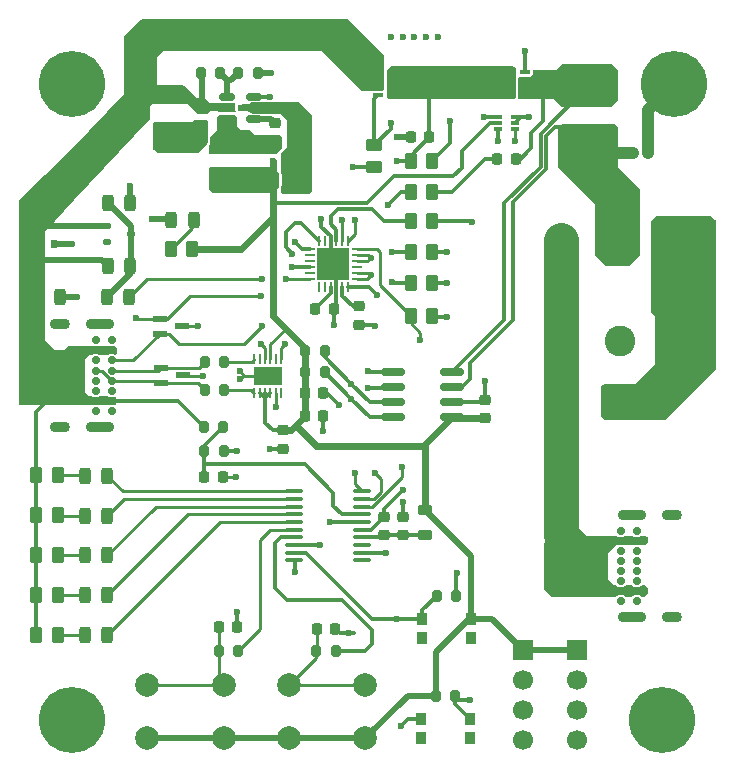
<source format=gbr>
%TF.GenerationSoftware,KiCad,Pcbnew,9.0.3*%
%TF.CreationDate,2025-07-28T19:21:27+02:00*%
%TF.ProjectId,USB_PD_JB,5553425f-5044-45f4-9a42-2e6b69636164,rev?*%
%TF.SameCoordinates,Original*%
%TF.FileFunction,Copper,L1,Top*%
%TF.FilePolarity,Positive*%
%FSLAX46Y46*%
G04 Gerber Fmt 4.6, Leading zero omitted, Abs format (unit mm)*
G04 Created by KiCad (PCBNEW 9.0.3) date 2025-07-28 19:21:27*
%MOMM*%
%LPD*%
G01*
G04 APERTURE LIST*
G04 Aperture macros list*
%AMRoundRect*
0 Rectangle with rounded corners*
0 $1 Rounding radius*
0 $2 $3 $4 $5 $6 $7 $8 $9 X,Y pos of 4 corners*
0 Add a 4 corners polygon primitive as box body*
4,1,4,$2,$3,$4,$5,$6,$7,$8,$9,$2,$3,0*
0 Add four circle primitives for the rounded corners*
1,1,$1+$1,$2,$3*
1,1,$1+$1,$4,$5*
1,1,$1+$1,$6,$7*
1,1,$1+$1,$8,$9*
0 Add four rect primitives between the rounded corners*
20,1,$1+$1,$2,$3,$4,$5,0*
20,1,$1+$1,$4,$5,$6,$7,0*
20,1,$1+$1,$6,$7,$8,$9,0*
20,1,$1+$1,$8,$9,$2,$3,0*%
%AMFreePoly0*
4,1,21,1.545000,0.775000,0.925000,0.775000,0.925000,0.525000,1.545000,0.525000,1.545000,0.125000,0.925000,0.125000,0.925000,-0.125000,1.545000,-0.125000,1.545000,-0.525000,0.925000,-0.525000,0.925000,-0.775000,1.545000,-0.775000,1.545000,-1.175000,0.925000,-1.175000,0.925000,-1.125000,-0.925000,-1.125000,-0.925000,1.125000,0.925000,1.125000,0.925000,1.175000,1.545000,1.175000,
1.545000,0.775000,1.545000,0.775000,$1*%
%AMFreePoly1*
4,1,11,1.015000,1.170000,0.435000,0.575000,0.435000,-0.575000,1.015000,-1.170000,1.015000,-1.945000,0.125000,-1.945000,-0.435000,-1.395000,-0.435000,1.395000,0.125000,1.945000,1.015000,1.945000,1.015000,1.170000,1.015000,1.170000,$1*%
%AMFreePoly2*
4,1,11,0.435000,1.395000,0.435000,-1.395000,-0.125000,-1.945000,-1.015000,-1.945000,-1.015000,-1.170000,-0.435000,-0.575000,-0.435000,0.575000,-1.015000,1.170000,-1.015000,1.945000,-0.125000,1.945000,0.435000,1.395000,0.435000,1.395000,$1*%
G04 Aperture macros list end*
%TA.AperFunction,SMDPad,CuDef*%
%ADD10RoundRect,0.087500X0.250000X0.087500X-0.250000X0.087500X-0.250000X-0.087500X0.250000X-0.087500X0*%
%TD*%
%TA.AperFunction,ComponentPad*%
%ADD11C,2.000000*%
%TD*%
%TA.AperFunction,SMDPad,CuDef*%
%ADD12RoundRect,0.225000X0.225000X0.250000X-0.225000X0.250000X-0.225000X-0.250000X0.225000X-0.250000X0*%
%TD*%
%TA.AperFunction,SMDPad,CuDef*%
%ADD13RoundRect,0.225000X-0.225000X-0.250000X0.225000X-0.250000X0.225000X0.250000X-0.225000X0.250000X0*%
%TD*%
%TA.AperFunction,SMDPad,CuDef*%
%ADD14RoundRect,0.200000X-0.200000X-0.275000X0.200000X-0.275000X0.200000X0.275000X-0.200000X0.275000X0*%
%TD*%
%TA.AperFunction,SMDPad,CuDef*%
%ADD15RoundRect,0.243750X-0.243750X-0.456250X0.243750X-0.456250X0.243750X0.456250X-0.243750X0.456250X0*%
%TD*%
%TA.AperFunction,SMDPad,CuDef*%
%ADD16R,0.550000X0.800000*%
%TD*%
%TA.AperFunction,SMDPad,CuDef*%
%ADD17RoundRect,0.062500X-0.552500X-0.187500X0.552500X-0.187500X0.552500X0.187500X-0.552500X0.187500X0*%
%TD*%
%TA.AperFunction,SMDPad,CuDef*%
%ADD18RoundRect,0.150000X0.512500X0.150000X-0.512500X0.150000X-0.512500X-0.150000X0.512500X-0.150000X0*%
%TD*%
%TA.AperFunction,SMDPad,CuDef*%
%ADD19R,0.900000X1.000000*%
%TD*%
%TA.AperFunction,SMDPad,CuDef*%
%ADD20RoundRect,0.225000X-0.250000X0.225000X-0.250000X-0.225000X0.250000X-0.225000X0.250000X0.225000X0*%
%TD*%
%TA.AperFunction,ComponentPad*%
%ADD21C,3.600000*%
%TD*%
%TA.AperFunction,ConnectorPad*%
%ADD22C,5.600000*%
%TD*%
%TA.AperFunction,SMDPad,CuDef*%
%ADD23RoundRect,0.250000X0.262500X0.450000X-0.262500X0.450000X-0.262500X-0.450000X0.262500X-0.450000X0*%
%TD*%
%TA.AperFunction,ComponentPad*%
%ADD24R,1.700000X1.700000*%
%TD*%
%TA.AperFunction,ComponentPad*%
%ADD25C,1.700000*%
%TD*%
%TA.AperFunction,SMDPad,CuDef*%
%ADD26RoundRect,0.225000X0.250000X-0.225000X0.250000X0.225000X-0.250000X0.225000X-0.250000X-0.225000X0*%
%TD*%
%TA.AperFunction,SMDPad,CuDef*%
%ADD27RoundRect,0.250000X-0.262500X-0.450000X0.262500X-0.450000X0.262500X0.450000X-0.262500X0.450000X0*%
%TD*%
%TA.AperFunction,SMDPad,CuDef*%
%ADD28RoundRect,0.100000X-0.315000X-0.100000X0.315000X-0.100000X0.315000X0.100000X-0.315000X0.100000X0*%
%TD*%
%TA.AperFunction,SMDPad,CuDef*%
%ADD29FreePoly0,0.000000*%
%TD*%
%TA.AperFunction,SMDPad,CuDef*%
%ADD30RoundRect,0.243750X0.243750X0.456250X-0.243750X0.456250X-0.243750X-0.456250X0.243750X-0.456250X0*%
%TD*%
%TA.AperFunction,SMDPad,CuDef*%
%ADD31FreePoly1,270.000000*%
%TD*%
%TA.AperFunction,SMDPad,CuDef*%
%ADD32FreePoly2,270.000000*%
%TD*%
%TA.AperFunction,SMDPad,CuDef*%
%ADD33RoundRect,0.150000X-0.825000X-0.150000X0.825000X-0.150000X0.825000X0.150000X-0.825000X0.150000X0*%
%TD*%
%TA.AperFunction,SMDPad,CuDef*%
%ADD34RoundRect,0.250001X-1.974999X1.262499X-1.974999X-1.262499X1.974999X-1.262499X1.974999X1.262499X0*%
%TD*%
%TA.AperFunction,SMDPad,CuDef*%
%ADD35RoundRect,0.100000X0.315000X0.100000X-0.315000X0.100000X-0.315000X-0.100000X0.315000X-0.100000X0*%
%TD*%
%TA.AperFunction,SMDPad,CuDef*%
%ADD36FreePoly0,180.000000*%
%TD*%
%TA.AperFunction,SMDPad,CuDef*%
%ADD37RoundRect,0.218750X-0.381250X0.218750X-0.381250X-0.218750X0.381250X-0.218750X0.381250X0.218750X0*%
%TD*%
%TA.AperFunction,SMDPad,CuDef*%
%ADD38RoundRect,0.062500X0.062500X-0.362500X0.062500X0.362500X-0.062500X0.362500X-0.062500X-0.362500X0*%
%TD*%
%TA.AperFunction,HeatsinkPad*%
%ADD39R,2.380000X1.650000*%
%TD*%
%TA.AperFunction,SMDPad,CuDef*%
%ADD40RoundRect,0.250000X-1.100000X0.325000X-1.100000X-0.325000X1.100000X-0.325000X1.100000X0.325000X0*%
%TD*%
%TA.AperFunction,ComponentPad*%
%ADD41C,0.700000*%
%TD*%
%TA.AperFunction,ComponentPad*%
%ADD42O,2.400000X0.900000*%
%TD*%
%TA.AperFunction,ComponentPad*%
%ADD43O,1.700000X0.900000*%
%TD*%
%TA.AperFunction,ComponentPad*%
%ADD44R,2.775000X2.775000*%
%TD*%
%TA.AperFunction,ComponentPad*%
%ADD45C,2.775000*%
%TD*%
%TA.AperFunction,SMDPad,CuDef*%
%ADD46RoundRect,0.250000X-0.450000X0.262500X-0.450000X-0.262500X0.450000X-0.262500X0.450000X0.262500X0*%
%TD*%
%TA.AperFunction,SMDPad,CuDef*%
%ADD47RoundRect,0.112500X-0.237500X0.112500X-0.237500X-0.112500X0.237500X-0.112500X0.237500X0.112500X0*%
%TD*%
%TA.AperFunction,SMDPad,CuDef*%
%ADD48RoundRect,0.250000X-0.250000X-0.475000X0.250000X-0.475000X0.250000X0.475000X-0.250000X0.475000X0*%
%TD*%
%TA.AperFunction,SMDPad,CuDef*%
%ADD49RoundRect,0.100000X0.637500X0.100000X-0.637500X0.100000X-0.637500X-0.100000X0.637500X-0.100000X0*%
%TD*%
%TA.AperFunction,SMDPad,CuDef*%
%ADD50RoundRect,0.062500X0.350000X0.062500X-0.350000X0.062500X-0.350000X-0.062500X0.350000X-0.062500X0*%
%TD*%
%TA.AperFunction,SMDPad,CuDef*%
%ADD51RoundRect,0.062500X0.062500X0.350000X-0.062500X0.350000X-0.062500X-0.350000X0.062500X-0.350000X0*%
%TD*%
%TA.AperFunction,HeatsinkPad*%
%ADD52R,2.700000X2.700000*%
%TD*%
%TA.AperFunction,ComponentPad*%
%ADD53RoundRect,0.250000X1.050000X-1.050000X1.050000X1.050000X-1.050000X1.050000X-1.050000X-1.050000X0*%
%TD*%
%TA.AperFunction,ComponentPad*%
%ADD54C,2.600000*%
%TD*%
%TA.AperFunction,ViaPad*%
%ADD55C,0.600000*%
%TD*%
%TA.AperFunction,Conductor*%
%ADD56C,0.350000*%
%TD*%
%TA.AperFunction,Conductor*%
%ADD57C,0.500000*%
%TD*%
%TA.AperFunction,Conductor*%
%ADD58C,0.600000*%
%TD*%
%TA.AperFunction,Conductor*%
%ADD59C,0.250000*%
%TD*%
%TA.AperFunction,Conductor*%
%ADD60C,1.000000*%
%TD*%
%TA.AperFunction,Conductor*%
%ADD61C,3.000000*%
%TD*%
G04 APERTURE END LIST*
D10*
%TO.P,U6,1,SCL*%
%TO.N,I2C_SCL*%
X158512500Y-80800000D03*
%TO.P,U6,2,GND*%
%TO.N,GND*%
X158512500Y-80300000D03*
%TO.P,U6,3,ALERT*%
X158512500Y-79800000D03*
%TO.P,U6,4,ADD0*%
X157087500Y-79800000D03*
%TO.P,U6,5,V+*%
%TO.N,+3.3V*%
X157087500Y-80300000D03*
%TO.P,U6,6,SDA*%
%TO.N,I2C_SDA*%
X157087500Y-80800000D03*
%TD*%
D11*
%TO.P,OK1,1,1*%
%TO.N,Net-(C10-Pad1)*%
X139350000Y-127900000D03*
X145850000Y-127900000D03*
%TO.P,OK1,2,2*%
%TO.N,+3.3V*%
X139350000Y-132400000D03*
X145850000Y-132400000D03*
%TD*%
D12*
%TO.P,C3,1*%
%TO.N,Net-(Q1-D)*%
X151275000Y-81500000D03*
%TO.P,C3,2*%
%TO.N,GND*%
X149725000Y-81500000D03*
%TD*%
D13*
%TO.P,C14,1*%
%TO.N,+3.3V*%
X140750000Y-105100000D03*
%TO.P,C14,2*%
%TO.N,GND*%
X142300000Y-105100000D03*
%TD*%
D14*
%TO.P,R23,1*%
%TO.N,VBUS*%
X131900000Y-76100000D03*
%TO.P,R23,2*%
%TO.N,Net-(U4-EN)*%
X133550000Y-76100000D03*
%TD*%
D15*
%TO.P,C1,1*%
%TO.N,VBUS*%
X118162500Y-95000000D03*
%TO.P,C1,2*%
%TO.N,GND*%
X120037500Y-95000000D03*
%TD*%
D16*
%TO.P,D2,A*%
%TO.N,GND*%
X119525000Y-90500000D03*
%TO.P,D2,C*%
%TO.N,VBUS*%
X118275000Y-90500000D03*
%TD*%
D17*
%TO.P,D3,1*%
%TO.N,D_P*%
X128545000Y-101000000D03*
%TO.P,D3,2*%
%TO.N,D_N*%
X128545000Y-102300000D03*
%TO.P,D3,3*%
%TO.N,GND*%
X130425000Y-101650000D03*
%TD*%
D18*
%TO.P,U4,1,CB*%
%TO.N,Net-(U4-CB)*%
X136412500Y-79949999D03*
%TO.P,U4,2,GND*%
%TO.N,GND*%
X136412500Y-79000000D03*
%TO.P,U4,3,FB*%
%TO.N,+3.3V*%
X136412500Y-78050001D03*
%TO.P,U4,4,EN*%
%TO.N,Net-(U4-EN)*%
X134137500Y-78050001D03*
%TO.P,U4,5,VIN*%
%TO.N,VBUS*%
X134137500Y-79000000D03*
%TO.P,U4,6,SW*%
%TO.N,Net-(U4-SW)*%
X134137500Y-79949999D03*
%TD*%
D19*
%TO.P,RST1,1,1*%
%TO.N,GND*%
X150575000Y-130750000D03*
%TO.P,RST1,2,2*%
%TO.N,/STM32G0/RESET*%
X154675000Y-130750000D03*
%TO.P,RST1,3*%
%TO.N,N/C*%
X150575000Y-132350000D03*
%TO.P,RST1,4*%
X154675000Y-132350000D03*
%TD*%
D13*
%TO.P,C10,1*%
%TO.N,Net-(C10-Pad1)*%
X141725000Y-123100000D03*
%TO.P,C10,2*%
%TO.N,GND*%
X143275000Y-123100000D03*
%TD*%
D20*
%TO.P,C13,1*%
%TO.N,VBUS*%
X132025000Y-78925000D03*
%TO.P,C13,2*%
%TO.N,GND*%
X132025000Y-80475000D03*
%TD*%
D21*
%TO.P,H1,1,1*%
%TO.N,GND*%
X121000000Y-77000000D03*
D22*
X121000000Y-77000000D03*
%TD*%
D23*
%TO.P,R25,1*%
%TO.N,+3.3V*%
X131212500Y-91000000D03*
%TO.P,R25,2*%
%TO.N,Net-(D11-A)*%
X129387500Y-91000000D03*
%TD*%
D13*
%TO.P,C19,1*%
%TO.N,/STM32G0/VSENSE*%
X132225000Y-110300000D03*
%TO.P,C19,2*%
%TO.N,GND*%
X133775000Y-110300000D03*
%TD*%
D11*
%TO.P,MENU1,1,1*%
%TO.N,Net-(C9-Pad1)*%
X127350000Y-127900000D03*
X133850000Y-127900000D03*
%TO.P,MENU1,2,2*%
%TO.N,+3.3V*%
X127350000Y-132400000D03*
X133850000Y-132400000D03*
%TD*%
D16*
%TO.P,D5,A*%
%TO.N,GND*%
X169800000Y-82800000D03*
%TO.P,D5,C*%
%TO.N,SHUNT_OUT*%
X168550000Y-82800000D03*
%TD*%
D24*
%TO.P,J5,1,Pin_1*%
%TO.N,+3.3V*%
X163800000Y-124900000D03*
D25*
%TO.P,J5,2,Pin_2*%
%TO.N,GND*%
X163800000Y-127440000D03*
%TO.P,J5,3,Pin_3*%
%TO.N,I2C_SDA*%
X163800000Y-129979999D03*
%TO.P,J5,4,Pin_4*%
%TO.N,I2C_SCL*%
X163800000Y-132520000D03*
%TD*%
D26*
%TO.P,C7,1*%
%TO.N,Net-(U2-VDD)*%
X149000000Y-115175000D03*
%TO.P,C7,2*%
%TO.N,GND*%
X149000000Y-113625000D03*
%TD*%
D27*
%TO.P,R16,1*%
%TO.N,VBUS*%
X118000000Y-110100000D03*
%TO.P,R16,2*%
%TO.N,Net-(D6-A)*%
X119825000Y-110100000D03*
%TD*%
D14*
%TO.P,R5,1*%
%TO.N,+3.3V*%
X140750000Y-101400000D03*
%TO.P,R5,2*%
%TO.N,I2C_SCL*%
X142400000Y-101400000D03*
%TD*%
D27*
%TO.P,R19,1*%
%TO.N,VBUS*%
X117975000Y-120225000D03*
%TO.P,R19,2*%
%TO.N,Net-(D9-A)*%
X119800000Y-120225000D03*
%TD*%
D28*
%TO.P,Q1,1,S*%
%TO.N,VBUS*%
X146900000Y-76000000D03*
%TO.P,Q1,2,S*%
X146900000Y-76650000D03*
%TO.P,Q1,3,S*%
X146900000Y-77300000D03*
%TO.P,Q1,4,G*%
%TO.N,Net-(Q1-G)*%
X146900000Y-77950000D03*
D29*
%TO.P,Q1,5,D*%
%TO.N,Net-(Q1-D)*%
X148840000Y-76975000D03*
%TD*%
D30*
%TO.P,D9,1,K*%
%TO.N,/STM32G0/LED_15V*%
X123975001Y-120255000D03*
%TO.P,D9,2,A*%
%TO.N,Net-(D9-A)*%
X122099999Y-120255000D03*
%TD*%
D14*
%TO.P,R27,1*%
%TO.N,VBUS*%
X132175000Y-106000000D03*
%TO.P,R27,2*%
%TO.N,/STM32G0/VSENSE*%
X133825000Y-106000000D03*
%TD*%
D27*
%TO.P,R10,1*%
%TO.N,Net-(Q1-D)*%
X149687500Y-83500000D03*
%TO.P,R10,2*%
%TO.N,Net-(Q1-G)*%
X151512500Y-83500000D03*
%TD*%
D31*
%TO.P,L1,1,1*%
%TO.N,Net-(U4-SW)*%
X134800000Y-81700000D03*
D32*
%TO.P,L1,2,2*%
%TO.N,+3.3V*%
X134800000Y-85230000D03*
%TD*%
D33*
%TO.P,U5,1,A1*%
%TO.N,GND*%
X148225000Y-101395000D03*
%TO.P,U5,2,A0*%
X148225000Y-102665000D03*
%TO.P,U5,3,SDA*%
%TO.N,I2C_SDA*%
X148225000Y-103935000D03*
%TO.P,U5,4,SCL*%
%TO.N,I2C_SCL*%
X148225000Y-105205000D03*
%TO.P,U5,5,VS*%
%TO.N,+3.3V*%
X153175000Y-105205000D03*
%TO.P,U5,6,GND*%
%TO.N,GND*%
X153175000Y-103935000D03*
%TO.P,U5,7,IN-*%
%TO.N,SHUNT_OUT*%
X153175000Y-102665000D03*
%TO.P,U5,8,IN+*%
%TO.N,SHUNT_IN*%
X153175000Y-101395000D03*
%TD*%
D20*
%TO.P,C4,1*%
%TO.N,Net-(U1-VREG_2V7)*%
X145300000Y-95825000D03*
%TO.P,C4,2*%
%TO.N,GND*%
X145300000Y-97375000D03*
%TD*%
D26*
%TO.P,C8,1*%
%TO.N,Net-(U2-VDD)*%
X147400000Y-115175000D03*
%TO.P,C8,2*%
%TO.N,GND*%
X147400000Y-113625000D03*
%TD*%
D13*
%TO.P,C9,1*%
%TO.N,Net-(C9-Pad1)*%
X133450000Y-123000000D03*
%TO.P,C9,2*%
%TO.N,GND*%
X135000000Y-123000000D03*
%TD*%
%TO.P,C12,1*%
%TO.N,+3.3V*%
X140750000Y-103180000D03*
%TO.P,C12,2*%
%TO.N,GND*%
X142300000Y-103180000D03*
%TD*%
D27*
%TO.P,R6,1*%
%TO.N,Net-(U1-ADDR0)*%
X149687500Y-93800000D03*
%TO.P,R6,2*%
%TO.N,GND*%
X151512500Y-93800000D03*
%TD*%
%TO.P,R9,1*%
%TO.N,Net-(U1-DISCH)*%
X149687500Y-88600000D03*
%TO.P,R9,2*%
%TO.N,SHUNT_OUT*%
X151512500Y-88600000D03*
%TD*%
D19*
%TO.P,BOOT1,1,1*%
%TO.N,/STM32G0/SWDCLK{slash}BOOT*%
X150675000Y-122300000D03*
%TO.P,BOOT1,2,2*%
%TO.N,+3.3V*%
X154775000Y-122300000D03*
%TO.P,BOOT1,3*%
%TO.N,N/C*%
X150675000Y-123900000D03*
%TO.P,BOOT1,4*%
X154775000Y-123900000D03*
%TD*%
D14*
%TO.P,R24,1*%
%TO.N,Net-(U4-EN)*%
X135100000Y-76100000D03*
%TO.P,R24,2*%
%TO.N,GND*%
X136750000Y-76100000D03*
%TD*%
D13*
%TO.P,C5,1*%
%TO.N,Net-(U1-VREG_1V2)*%
X141625000Y-96000000D03*
%TO.P,C5,2*%
%TO.N,GND*%
X143175000Y-96000000D03*
%TD*%
D34*
%TO.P,R26,1*%
%TO.N,SHUNT_IN*%
X164700000Y-77187500D03*
%TO.P,R26,2*%
%TO.N,SHUNT_OUT*%
X164700000Y-82212500D03*
%TD*%
D14*
%TO.P,R21,1*%
%TO.N,D_P*%
X132250000Y-100500000D03*
%TO.P,R21,2*%
%TO.N,Net-(U3-USBDP)*%
X133900000Y-100500000D03*
%TD*%
%TO.P,R12,1*%
%TO.N,Net-(C9-Pad1)*%
X133425000Y-124975000D03*
%TO.P,R12,2*%
%TO.N,/STM32G0/BUTTON_1*%
X135075000Y-124975000D03*
%TD*%
D27*
%TO.P,R17,1*%
%TO.N,VBUS*%
X118000000Y-113475000D03*
%TO.P,R17,2*%
%TO.N,Net-(D7-A)*%
X119825000Y-113475000D03*
%TD*%
D21*
%TO.P,H3,1,1*%
%TO.N,GND*%
X172000000Y-77000000D03*
D22*
X172000000Y-77000000D03*
%TD*%
D30*
%TO.P,D6,1,K*%
%TO.N,/STM32G0/LED_5V*%
X123975001Y-110160000D03*
%TO.P,D6,2,A*%
%TO.N,Net-(D6-A)*%
X122099999Y-110160000D03*
%TD*%
D27*
%TO.P,R7,1*%
%TO.N,Net-(U1-ADDR1)*%
X149687500Y-91200000D03*
%TO.P,R7,2*%
%TO.N,GND*%
X151512500Y-91200000D03*
%TD*%
D30*
%TO.P,D10,1,K*%
%TO.N,/STM32G0/LED_20V*%
X123975001Y-123620000D03*
%TO.P,D10,2,A*%
%TO.N,Net-(D10-A)*%
X122099999Y-123620000D03*
%TD*%
D35*
%TO.P,Q2,1,S*%
%TO.N,SHUNT_IN*%
X159390000Y-77950000D03*
%TO.P,Q2,2,S*%
X159390000Y-77300000D03*
%TO.P,Q2,3,S*%
X159390000Y-76650000D03*
%TO.P,Q2,4,G*%
%TO.N,Net-(Q1-G)*%
X159390000Y-76000000D03*
D36*
%TO.P,Q2,5,D*%
%TO.N,Net-(Q1-D)*%
X157450000Y-76975000D03*
%TD*%
D30*
%TO.P,D8,1,K*%
%TO.N,/STM32G0/LED_12V*%
X123975001Y-116890000D03*
%TO.P,D8,2,A*%
%TO.N,Net-(D8-A)*%
X122099999Y-116890000D03*
%TD*%
D20*
%TO.P,C15,1*%
%TO.N,+3.3V*%
X138900000Y-106325000D03*
%TO.P,C15,2*%
%TO.N,GND*%
X138900000Y-107875000D03*
%TD*%
D37*
%TO.P,FB1,1*%
%TO.N,+3.3V*%
X150900000Y-113037500D03*
%TO.P,FB1,2*%
%TO.N,Net-(U2-VDD)*%
X150900000Y-115162500D03*
%TD*%
D38*
%TO.P,U3,1,USBDM*%
%TO.N,Net-(U3-USBDM)*%
X136450000Y-103160000D03*
%TO.P,U3,2,~{RESET}*%
%TO.N,+3.3V*%
X136900000Y-103160000D03*
%TO.P,U3,3,3V3OUT*%
X137350000Y-103160000D03*
%TO.P,U3,4,VCC*%
X137800000Y-103160000D03*
%TO.P,U3,5,GND*%
%TO.N,GND*%
X138250000Y-103160000D03*
%TO.P,U3,6,CBUS0*%
%TO.N,unconnected-(U3-CBUS0-Pad6)*%
X138700000Y-103160000D03*
%TO.P,U3,7,TXD/D0*%
%TO.N,RXD_MCU*%
X138700000Y-100260000D03*
%TO.P,U3,8,~{RTS}/D2*%
%TO.N,unconnected-(U3-~{RTS}{slash}D2-Pad8)*%
X138250000Y-100260000D03*
%TO.P,U3,9,VCCIO*%
%TO.N,+3.3V*%
X137800000Y-100260000D03*
%TO.P,U3,10,RXD/D1*%
%TO.N,TXD_MCU*%
X137350000Y-100260000D03*
%TO.P,U3,11,~{CTS}/D3*%
%TO.N,unconnected-(U3-~{CTS}{slash}D3-Pad11)*%
X136900000Y-100260000D03*
%TO.P,U3,12,USBDP*%
%TO.N,Net-(U3-USBDP)*%
X136450000Y-100260000D03*
D39*
%TO.P,U3,13,GND*%
%TO.N,GND*%
X137575000Y-101710000D03*
%TD*%
D24*
%TO.P,J4,1,Pin_1*%
%TO.N,+3.3V*%
X159200000Y-124900000D03*
D25*
%TO.P,J4,2,Pin_2*%
%TO.N,GND*%
X159200000Y-127440000D03*
%TO.P,J4,3,Pin_3*%
%TO.N,/STM32G0/SWDIO*%
X159200000Y-129979999D03*
%TO.P,J4,4,Pin_4*%
%TO.N,/STM32G0/SWDCLK{slash}BOOT*%
X159200000Y-132520000D03*
%TD*%
D30*
%TO.P,D7,1,K*%
%TO.N,/STM32G0/LED_9V*%
X123975001Y-113525000D03*
%TO.P,D7,2,A*%
%TO.N,Net-(D7-A)*%
X122099999Y-113525000D03*
%TD*%
D40*
%TO.P,C11,1*%
%TO.N,VBUS*%
X129325000Y-77925000D03*
%TO.P,C11,2*%
%TO.N,GND*%
X129325000Y-80875000D03*
%TD*%
D15*
%TO.P,C2,1*%
%TO.N,Net-(D4-K)*%
X124050001Y-87082499D03*
%TO.P,C2,2*%
%TO.N,GND*%
X125925001Y-87082499D03*
%TD*%
D41*
%TO.P,J1,A1,GND*%
%TO.N,GND*%
X124360000Y-98700000D03*
%TO.P,J1,A4,VBUS*%
%TO.N,VBUS*%
X124360000Y-99550000D03*
%TO.P,J1,A5,CC1*%
%TO.N,/USB Stuff/CC1*%
X124360000Y-100400001D03*
%TO.P,J1,A6,D+*%
%TO.N,D_P*%
X124360000Y-101250000D03*
%TO.P,J1,A7,D-*%
%TO.N,D_N*%
X124360000Y-102100000D03*
%TO.P,J1,A8,SBU1*%
%TO.N,unconnected-(J1-SBU1-PadA8)*%
X124360000Y-102950000D03*
%TO.P,J1,A9,VBUS*%
%TO.N,VBUS*%
X124360000Y-103800001D03*
%TO.P,J1,A12,GND*%
%TO.N,GND*%
X124360000Y-104650000D03*
%TO.P,J1,B1,GND*%
X123010000Y-104650000D03*
%TO.P,J1,B4,VBUS*%
%TO.N,VBUS*%
X123010000Y-103800000D03*
%TO.P,J1,B5,CC2*%
%TO.N,/USB Stuff/CC2*%
X123010000Y-102950000D03*
%TO.P,J1,B6,D+*%
%TO.N,D_P*%
X123010000Y-102100000D03*
%TO.P,J1,B7,D-*%
%TO.N,D_N*%
X123010000Y-101250000D03*
%TO.P,J1,B8,SBU2*%
%TO.N,unconnected-(J1-SBU2-PadB8)*%
X123010000Y-100400000D03*
%TO.P,J1,B9,VBUS*%
%TO.N,VBUS*%
X123010000Y-99550000D03*
%TO.P,J1,B12,GND*%
%TO.N,GND*%
X123010000Y-98700000D03*
D42*
%TO.P,J1,S1,SHIELD*%
X123380000Y-97350000D03*
D43*
X120000000Y-97350000D03*
D42*
X123380000Y-106000000D03*
D43*
X120000000Y-106000000D03*
%TD*%
D26*
%TO.P,C18,1*%
%TO.N,+3.3V*%
X156000000Y-105275000D03*
%TO.P,C18,2*%
%TO.N,GND*%
X156000000Y-103725000D03*
%TD*%
D14*
%TO.P,R14,1*%
%TO.N,+3.3V*%
X151800000Y-128800000D03*
%TO.P,R14,2*%
%TO.N,/STM32G0/RESET*%
X153450000Y-128800000D03*
%TD*%
D44*
%TO.P,SW1,1,A*%
%TO.N,/USB Stuff/TERM_OUT*%
X171800000Y-90200000D03*
D45*
%TO.P,SW1,2,B*%
%TO.N,SHUNT_OUT*%
X167100000Y-90200000D03*
%TO.P,SW1,3,C*%
%TO.N,/USB Stuff/USB_OUT*%
X162400000Y-90200000D03*
%TD*%
D23*
%TO.P,R11,1*%
%TO.N,Net-(C6-Pad2)*%
X151512500Y-86100000D03*
%TO.P,R11,2*%
%TO.N,Net-(Q1-G)*%
X149687500Y-86100000D03*
%TD*%
D21*
%TO.P,H4,1,1*%
%TO.N,GND*%
X171000000Y-130800000D03*
D22*
X171000000Y-130800000D03*
%TD*%
D14*
%TO.P,R15,1*%
%TO.N,/STM32G0/SWDCLK{slash}BOOT*%
X151900000Y-120300000D03*
%TO.P,R15,2*%
%TO.N,GND*%
X153550000Y-120300000D03*
%TD*%
D41*
%TO.P,J3,A1,GND*%
%TO.N,GND*%
X167475000Y-120775000D03*
%TO.P,J3,A4,VBUS*%
%TO.N,/USB Stuff/USB_OUT*%
X167475000Y-119925000D03*
%TO.P,J3,A5,CC1*%
%TO.N,unconnected-(J3-CC1-PadA5)*%
X167475000Y-119074999D03*
%TO.P,J3,A6,D+*%
%TO.N,unconnected-(J3-D+-PadA6)*%
X167475000Y-118225000D03*
%TO.P,J3,A7,D-*%
%TO.N,unconnected-(J3-D--PadA7)*%
X167475000Y-117375000D03*
%TO.P,J3,A8,SBU1*%
%TO.N,unconnected-(J3-SBU1-PadA8)*%
X167475000Y-116525000D03*
%TO.P,J3,A9,VBUS*%
%TO.N,/USB Stuff/USB_OUT*%
X167475000Y-115674999D03*
%TO.P,J3,A12,GND*%
%TO.N,GND*%
X167475000Y-114825000D03*
%TO.P,J3,B1,GND*%
X168825000Y-114825000D03*
%TO.P,J3,B4,VBUS*%
%TO.N,/USB Stuff/USB_OUT*%
X168825000Y-115675000D03*
%TO.P,J3,B5,CC2*%
%TO.N,unconnected-(J3-CC2-PadB5)*%
X168825000Y-116525000D03*
%TO.P,J3,B6,D+*%
%TO.N,unconnected-(J3-D+-PadB6)*%
X168825000Y-117375000D03*
%TO.P,J3,B7,D-*%
%TO.N,unconnected-(J3-D--PadB7)*%
X168825000Y-118225000D03*
%TO.P,J3,B8,SBU2*%
%TO.N,unconnected-(J3-SBU2-PadB8)*%
X168825000Y-119075000D03*
%TO.P,J3,B9,VBUS*%
%TO.N,/USB Stuff/USB_OUT*%
X168825000Y-119925000D03*
%TO.P,J3,B12,GND*%
%TO.N,GND*%
X168825000Y-120775000D03*
D42*
%TO.P,J3,S1,SHIELD*%
X168455000Y-122125000D03*
D43*
X171835000Y-122125000D03*
D42*
X168455000Y-113475000D03*
D43*
X171835000Y-113475000D03*
%TD*%
D14*
%TO.P,R13,1*%
%TO.N,Net-(C10-Pad1)*%
X141675000Y-125000000D03*
%TO.P,R13,2*%
%TO.N,/STM32G0/BUTTON_2*%
X143325000Y-125000000D03*
%TD*%
D15*
%TO.P,R1,1*%
%TO.N,VBUS*%
X124037501Y-92400000D03*
%TO.P,R1,2*%
%TO.N,Net-(D4-K)*%
X125912503Y-92400000D03*
%TD*%
D17*
%TO.P,D1,1*%
%TO.N,/USB Stuff/CC2*%
X128420001Y-96850000D03*
%TO.P,D1,2*%
%TO.N,/USB Stuff/CC1*%
X128420001Y-98150000D03*
%TO.P,D1,3*%
%TO.N,GND*%
X130300000Y-97500000D03*
%TD*%
D46*
%TO.P,R8,1*%
%TO.N,Net-(Q1-G)*%
X146600000Y-82187500D03*
%TO.P,R8,2*%
%TO.N,Net-(U1-VBUS_EN_SNK)*%
X146600000Y-84012500D03*
%TD*%
D21*
%TO.P,H2,1,1*%
%TO.N,GND*%
X121000000Y-130800000D03*
D22*
X121000000Y-130800000D03*
%TD*%
D20*
%TO.P,C16,1*%
%TO.N,Net-(U4-CB)*%
X138200000Y-80325000D03*
%TO.P,C16,2*%
%TO.N,Net-(U4-SW)*%
X138200000Y-81875000D03*
%TD*%
D27*
%TO.P,R18,1*%
%TO.N,VBUS*%
X118000000Y-116850000D03*
%TO.P,R18,2*%
%TO.N,Net-(D8-A)*%
X119825000Y-116850000D03*
%TD*%
%TO.P,R20,1*%
%TO.N,VBUS*%
X117975000Y-123600000D03*
%TO.P,R20,2*%
%TO.N,Net-(D10-A)*%
X119800000Y-123600000D03*
%TD*%
D47*
%TO.P,D4,1,A*%
%TO.N,VBUS*%
X123987501Y-89032499D03*
%TO.P,D4,2,NC*%
%TO.N,unconnected-(D4-NC-Pad2)*%
X123987501Y-90332499D03*
%TO.P,D4,3,K*%
%TO.N,Net-(D4-K)*%
X125987501Y-89682499D03*
%TD*%
D15*
%TO.P,D11,1,K*%
%TO.N,GND*%
X129425000Y-88500000D03*
%TO.P,D11,2,A*%
%TO.N,Net-(D11-A)*%
X131300000Y-88500000D03*
%TD*%
D14*
%TO.P,R22,1*%
%TO.N,D_N*%
X132250000Y-102900000D03*
%TO.P,R22,2*%
%TO.N,Net-(U3-USBDM)*%
X133900000Y-102900000D03*
%TD*%
D48*
%TO.P,C17,1*%
%TO.N,+3.3V*%
X138050000Y-85100000D03*
%TO.P,C17,2*%
%TO.N,GND*%
X139950000Y-85100000D03*
%TD*%
D49*
%TO.P,U2,1,PB7/PB8*%
%TO.N,unconnected-(U2-PB7{slash}PB8-Pad1)*%
X145562500Y-117325000D03*
%TO.P,U2,2,PB9/PC14*%
%TO.N,I2C_SCL*%
X145562500Y-116675000D03*
%TO.P,U2,3,PC15*%
%TO.N,unconnected-(U2-PC15-Pad3)*%
X145562500Y-116025000D03*
%TO.P,U2,4,VDD*%
%TO.N,Net-(U2-VDD)*%
X145562500Y-115375000D03*
%TO.P,U2,5,VSS*%
%TO.N,GND*%
X145562500Y-114725000D03*
%TO.P,U2,6,NRST*%
%TO.N,/STM32G0/RESET*%
X145562500Y-114075000D03*
%TO.P,U2,7,PA0*%
%TO.N,/STM32G0/VSENSE*%
X145562500Y-113425000D03*
%TO.P,U2,8,PA1*%
%TO.N,ST_RESET*%
X145562500Y-112775000D03*
%TO.P,U2,9,PA2*%
%TO.N,RXD_MCU*%
X145562500Y-112125000D03*
%TO.P,U2,10,PA3*%
%TO.N,TXD_MCU*%
X145562500Y-111475000D03*
%TO.P,U2,11,PA4*%
%TO.N,/STM32G0/LED_5V*%
X139837500Y-111475000D03*
%TO.P,U2,12,PA5*%
%TO.N,/STM32G0/LED_9V*%
X139837500Y-112125000D03*
%TO.P,U2,13,PA6*%
%TO.N,/STM32G0/LED_12V*%
X139837500Y-112775000D03*
%TO.P,U2,14,PA7*%
%TO.N,/STM32G0/LED_15V*%
X139837500Y-113425000D03*
%TO.P,U2,15,PA8/PB0/PB1/PB2*%
%TO.N,/STM32G0/LED_20V*%
X139837500Y-114075000D03*
%TO.P,U2,16,PA9/PA11*%
%TO.N,/STM32G0/BUTTON_1*%
X139837500Y-114725000D03*
%TO.P,U2,17,PA10/PA12*%
%TO.N,/STM32G0/BUTTON_2*%
X139837500Y-115375000D03*
%TO.P,U2,18,PA13*%
%TO.N,/STM32G0/SWDIO*%
X139837500Y-116025000D03*
%TO.P,U2,19,PA14/PA15*%
%TO.N,/STM32G0/SWDCLK{slash}BOOT*%
X139837500Y-116675000D03*
%TO.P,U2,20,PB3/PB4/PB5/PB6*%
%TO.N,I2C_SDA*%
X139837500Y-117325000D03*
%TD*%
D27*
%TO.P,R3,1*%
%TO.N,ST_RESET*%
X149687500Y-96600000D03*
%TO.P,R3,2*%
%TO.N,GND*%
X151512500Y-96600000D03*
%TD*%
D15*
%TO.P,R2,1*%
%TO.N,Net-(D4-K)*%
X124000000Y-95000000D03*
%TO.P,R2,2*%
%TO.N,/USB Stuff/VBUS_VS_DISCH*%
X125875002Y-95000000D03*
%TD*%
D14*
%TO.P,R28,1*%
%TO.N,/STM32G0/VSENSE*%
X132200000Y-108100000D03*
%TO.P,R28,2*%
%TO.N,GND*%
X133850000Y-108100000D03*
%TD*%
D50*
%TO.P,U1,1,CC1DB*%
%TO.N,/USB Stuff/CC1*%
X145112500Y-93487500D03*
%TO.P,U1,2,CC1*%
X145112500Y-92987500D03*
%TO.P,U1,3,NC*%
%TO.N,unconnected-(U1-NC-Pad3)*%
X145112500Y-92487500D03*
%TO.P,U1,4,CC2*%
%TO.N,/USB Stuff/CC2*%
X145112500Y-91987500D03*
%TO.P,U1,5,CC2DB*%
X145112500Y-91487500D03*
%TO.P,U1,6,RESET*%
%TO.N,ST_RESET*%
X145112500Y-90987500D03*
D51*
%TO.P,U1,7,SCL*%
%TO.N,I2C_SCL*%
X144400000Y-90275000D03*
%TO.P,U1,8,SDA*%
%TO.N,I2C_SDA*%
X143900000Y-90275000D03*
%TO.P,U1,9,DISCH*%
%TO.N,Net-(U1-DISCH)*%
X143400000Y-90275000D03*
%TO.P,U1,10,GND*%
%TO.N,GND*%
X142900000Y-90275000D03*
%TO.P,U1,11,ATTACH*%
%TO.N,unconnected-(U1-ATTACH-Pad11)*%
X142400000Y-90275000D03*
%TO.P,U1,12,ADDR0*%
%TO.N,Net-(U1-ADDR0)*%
X141900000Y-90275000D03*
D50*
%TO.P,U1,13,ADDR1*%
%TO.N,Net-(U1-ADDR1)*%
X141187500Y-90987500D03*
%TO.P,U1,14,POWER_OK3*%
%TO.N,unconnected-(U1-POWER_OK3-Pad14)*%
X141187500Y-91487500D03*
%TO.P,U1,15,GPIO*%
%TO.N,unconnected-(U1-GPIO-Pad15)*%
X141187500Y-91987500D03*
%TO.P,U1,16,VBUS_EN_SNK*%
%TO.N,Net-(U1-VBUS_EN_SNK)*%
X141187500Y-92487500D03*
%TO.P,U1,17,A_B_SIDE*%
%TO.N,unconnected-(U1-A_B_SIDE-Pad17)*%
X141187500Y-92987500D03*
%TO.P,U1,18,VBUS_VS_DISCH*%
%TO.N,/USB Stuff/VBUS_VS_DISCH*%
X141187500Y-93487500D03*
D51*
%TO.P,U1,19,ALERT*%
%TO.N,ALERT*%
X141900000Y-94200000D03*
%TO.P,U1,20,POWER_OK2*%
%TO.N,unconnected-(U1-POWER_OK2-Pad20)*%
X142400000Y-94200000D03*
%TO.P,U1,21,VREG_1V2*%
%TO.N,Net-(U1-VREG_1V2)*%
X142900000Y-94200000D03*
%TO.P,U1,22,VSYS*%
%TO.N,GND*%
X143400000Y-94200000D03*
%TO.P,U1,23,VREG_2V7*%
%TO.N,Net-(U1-VREG_2V7)*%
X143900000Y-94200000D03*
%TO.P,U1,24,VDD*%
%TO.N,Net-(Q1-D)*%
X144400000Y-94200000D03*
D52*
%TO.P,U1,25,GND*%
%TO.N,GND*%
X143150000Y-92237500D03*
%TD*%
D53*
%TO.P,J2,1,Pin_1*%
%TO.N,/USB Stuff/TERM_OUT*%
X167372500Y-103845001D03*
D54*
%TO.P,J2,2,Pin_2*%
%TO.N,GND*%
X167372500Y-98765002D03*
%TD*%
D12*
%TO.P,C6,1*%
%TO.N,SHUNT_IN*%
X158575000Y-83300000D03*
%TO.P,C6,2*%
%TO.N,Net-(C6-Pad2)*%
X157025000Y-83300000D03*
%TD*%
D14*
%TO.P,R4,1*%
%TO.N,+3.3V*%
X140750000Y-99600000D03*
%TO.P,R4,2*%
%TO.N,I2C_SDA*%
X142400000Y-99600000D03*
%TD*%
D55*
%TO.N,/STM32G0/SWDCLK{slash}BOOT*%
X148550000Y-122300000D03*
%TO.N,+3.3V*%
X137800000Y-78050001D03*
X138050000Y-83500000D03*
%TO.N,GND*%
X144500000Y-123500000D03*
X137800000Y-79000000D03*
X135200000Y-101300000D03*
X141000000Y-81800000D03*
X146700000Y-97500000D03*
X152800000Y-91200000D03*
X141000000Y-82800000D03*
X149000000Y-112350000D03*
X149000000Y-111400000D03*
X141000000Y-80800000D03*
X135000000Y-121700000D03*
X138250000Y-104350000D03*
X132100000Y-101700000D03*
X139900000Y-82520000D03*
X129700000Y-82400000D03*
X152800000Y-96700000D03*
X148000000Y-73000000D03*
X137775000Y-107900000D03*
X148900000Y-131350000D03*
X139900000Y-81640000D03*
X143200000Y-97400000D03*
X139900000Y-79000000D03*
X121400000Y-95000000D03*
X142100000Y-88400000D03*
X138600000Y-79000000D03*
X150000000Y-73000000D03*
X143600000Y-104200000D03*
X130700000Y-82400000D03*
X146100000Y-101300000D03*
X128700000Y-82400000D03*
X142300000Y-106350000D03*
X155900000Y-79800000D03*
X137900000Y-76100000D03*
X146100000Y-102700000D03*
X159700000Y-79800000D03*
X139900000Y-83400000D03*
X151000000Y-73000000D03*
X141000000Y-79800000D03*
X139900000Y-79880000D03*
X152800000Y-93800000D03*
X149000000Y-73000000D03*
X131700000Y-97500000D03*
X131800000Y-82000000D03*
X139900000Y-80760000D03*
X148500000Y-81500000D03*
X135300000Y-79000000D03*
X120981250Y-90500000D03*
X152000000Y-73000000D03*
X127800000Y-88400000D03*
X135000000Y-108100000D03*
X153600000Y-118400000D03*
X125900000Y-85600000D03*
X134900000Y-110300000D03*
X156000000Y-102150000D03*
X135200000Y-102000000D03*
%TO.N,Net-(Q1-D)*%
X148500000Y-83500000D03*
X146800000Y-94850000D03*
%TO.N,/USB Stuff/CC2*%
X126400000Y-96800000D03*
X137000000Y-94900000D03*
X146300000Y-91700000D03*
%TO.N,/USB Stuff/CC1*%
X146300000Y-93200000D03*
X137100000Y-97500000D03*
%TO.N,/STM32G0/SWDIO*%
X142050000Y-116000000D03*
%TO.N,Net-(Q1-G)*%
X147800000Y-87200000D03*
X148000000Y-80300000D03*
X159400000Y-74200000D03*
X153000000Y-80100000D03*
%TO.N,/USB Stuff/VBUS_VS_DISCH*%
X139100000Y-93487500D03*
X137100000Y-93500000D03*
%TO.N,ST_RESET*%
X150500000Y-98650000D03*
X148950000Y-109450000D03*
%TO.N,Net-(U1-ADDR0)*%
X139650000Y-91350000D03*
X148100000Y-93750000D03*
%TO.N,Net-(U1-ADDR1)*%
X148100000Y-91200000D03*
X139900000Y-90400000D03*
%TO.N,Net-(U1-VBUS_EN_SNK)*%
X144837500Y-84012500D03*
X139650000Y-92500000D03*
%TO.N,SHUNT_OUT*%
X154850000Y-88650000D03*
%TO.N,/STM32G0/RESET*%
X142850000Y-114100000D03*
X154700000Y-129150000D03*
%TO.N,I2C_SCL*%
X144650000Y-103650000D03*
X158500000Y-81850000D03*
X144950000Y-88500000D03*
X147600000Y-116700000D03*
%TO.N,I2C_SDA*%
X143900000Y-88500000D03*
X157100000Y-81850000D03*
X144650000Y-102350000D03*
X139850000Y-118300000D03*
%TO.N,TXD_MCU*%
X137025000Y-98975000D03*
X144950000Y-109900000D03*
%TO.N,RXD_MCU*%
X139025000Y-99025000D03*
X146650000Y-109900000D03*
%TD*%
D56*
%TO.N,/STM32G0/SWDCLK{slash}BOOT*%
X140825000Y-116675000D02*
X139837500Y-116675000D01*
X150675000Y-122300000D02*
X150675000Y-121525000D01*
X150675000Y-122300000D02*
X148550000Y-122300000D01*
X148550000Y-122300000D02*
X146450000Y-122300000D01*
X146450000Y-122300000D02*
X140825000Y-116675000D01*
X150675000Y-121525000D02*
X151900000Y-120300000D01*
D57*
%TO.N,+3.3V*%
X145850000Y-132400000D02*
X149450000Y-128800000D01*
D56*
X154000000Y-84100000D02*
X153300000Y-84800000D01*
D58*
X138050000Y-83500000D02*
X138050000Y-85100000D01*
D57*
X149450000Y-128800000D02*
X151800000Y-128800000D01*
D56*
X138025000Y-106325000D02*
X138900000Y-106325000D01*
D58*
X140750000Y-103180000D02*
X140750000Y-105100000D01*
D57*
X159200000Y-124900000D02*
X163800000Y-124900000D01*
X154775000Y-116912500D02*
X150900000Y-113037500D01*
D58*
X138900000Y-106325000D02*
X139525000Y-106325000D01*
X153175000Y-105205000D02*
X153175000Y-105225000D01*
X153245000Y-105275000D02*
X153175000Y-105205000D01*
X138050000Y-88250000D02*
X135300000Y-91000000D01*
D56*
X148300000Y-84800000D02*
X146000000Y-87100000D01*
D58*
X150800000Y-107600000D02*
X150900000Y-107500000D01*
X139525000Y-106325000D02*
X139975000Y-105875000D01*
D56*
X137350000Y-103900000D02*
X137350000Y-105650000D01*
D57*
X154775000Y-122300000D02*
X156600000Y-122300000D01*
X154623000Y-122300000D02*
X154775000Y-122300000D01*
D58*
X141700000Y-107600000D02*
X150800000Y-107600000D01*
D57*
X151800000Y-125123000D02*
X154623000Y-122300000D01*
D58*
X139100000Y-97700000D02*
X140750000Y-99350000D01*
D56*
X157087500Y-80300000D02*
X156400000Y-80300000D01*
X137350000Y-105650000D02*
X138025000Y-106325000D01*
X136412500Y-78050001D02*
X137800000Y-78050001D01*
D58*
X139975000Y-105875000D02*
X141700000Y-107600000D01*
D56*
X137350000Y-103160000D02*
X137350000Y-103900000D01*
X156400000Y-80300000D02*
X154000000Y-82700000D01*
D58*
X138050000Y-96650000D02*
X139100000Y-97700000D01*
X139975000Y-105875000D02*
X140750000Y-105100000D01*
D56*
X153300000Y-84800000D02*
X148300000Y-84800000D01*
D58*
X150900000Y-107500000D02*
X150900000Y-113037500D01*
D59*
X137800000Y-100260000D02*
X137800000Y-99000000D01*
D57*
X151800000Y-128800000D02*
X151800000Y-125123000D01*
D59*
X137800000Y-99000000D02*
X139100000Y-97700000D01*
D58*
X138050000Y-85100000D02*
X138050000Y-87100000D01*
X138050000Y-88250000D02*
X138050000Y-96650000D01*
D56*
X136900000Y-103160000D02*
X137350000Y-103610000D01*
D58*
X138050000Y-87100000D02*
X138050000Y-88250000D01*
D56*
X137800000Y-103160000D02*
X137350000Y-103610000D01*
X146000000Y-87100000D02*
X138050000Y-87100000D01*
D58*
X135300000Y-91000000D02*
X131212500Y-91000000D01*
X153175000Y-105225000D02*
X150900000Y-107500000D01*
D57*
X156600000Y-122300000D02*
X159200000Y-124900000D01*
X127350000Y-132400000D02*
X145850000Y-132400000D01*
X154775000Y-122300000D02*
X154775000Y-116912500D01*
D58*
X156000000Y-105275000D02*
X153245000Y-105275000D01*
D56*
X154000000Y-82700000D02*
X154000000Y-84100000D01*
D58*
X140750000Y-99350000D02*
X140750000Y-103180000D01*
D56*
X137350000Y-103610000D02*
X137350000Y-103900000D01*
%TO.N,GND*%
X159300000Y-79800000D02*
X159700000Y-79800000D01*
X143400000Y-92487500D02*
X143150000Y-92237500D01*
X153550000Y-120300000D02*
X153550000Y-118450000D01*
X146575000Y-97375000D02*
X146700000Y-97500000D01*
X146100000Y-102700000D02*
X148190000Y-102700000D01*
X156000000Y-102150000D02*
X156000000Y-103725000D01*
D57*
X120981250Y-90500000D02*
X119618750Y-90500000D01*
D56*
X147400000Y-113000000D02*
X147400000Y-113625000D01*
X148225000Y-101395000D02*
X146195000Y-101395000D01*
X149000000Y-112350000D02*
X149000000Y-113625000D01*
D59*
X134900000Y-110300000D02*
X133775000Y-110300000D01*
D60*
X169800000Y-82800000D02*
X169800000Y-79200000D01*
D56*
X143400000Y-95775000D02*
X143175000Y-96000000D01*
X142900000Y-90275000D02*
X142900000Y-91987500D01*
X143200000Y-96025000D02*
X143175000Y-96000000D01*
X142100000Y-89062501D02*
X142900000Y-89862501D01*
X143400000Y-94200000D02*
X143400000Y-92487500D01*
X143400000Y-94200000D02*
X143400000Y-95775000D01*
D57*
X129325000Y-88400000D02*
X129425000Y-88500000D01*
D59*
X132100000Y-101700000D02*
X130475000Y-101700000D01*
D56*
X143675000Y-123500000D02*
X143275000Y-123100000D01*
X150575000Y-130750000D02*
X149500000Y-130750000D01*
D60*
X169800000Y-79200000D02*
X172000000Y-77000000D01*
D56*
X156000000Y-103725000D02*
X155775000Y-103950000D01*
D59*
X137575000Y-101710000D02*
X135490000Y-101710000D01*
D56*
X142900000Y-89862501D02*
X142900000Y-90275000D01*
D59*
X137575000Y-101710000D02*
X135610000Y-101710000D01*
D56*
X158512500Y-79800000D02*
X159300000Y-79800000D01*
X135000000Y-123000000D02*
X135000000Y-121700000D01*
X155775000Y-103950000D02*
X153190000Y-103950000D01*
D57*
X125900000Y-87057498D02*
X125925001Y-87082499D01*
D56*
X142300000Y-103180000D02*
X142580000Y-103180000D01*
D59*
X135610000Y-101710000D02*
X135200000Y-101300000D01*
D56*
X142300000Y-106350000D02*
X142300000Y-105100000D01*
X148190000Y-102700000D02*
X148225000Y-102665000D01*
X153190000Y-103950000D02*
X153175000Y-103935000D01*
D59*
X130475000Y-101700000D02*
X130425000Y-101650000D01*
D57*
X121400000Y-95000000D02*
X120037500Y-95000000D01*
D59*
X131700000Y-97500000D02*
X130300000Y-97500000D01*
D56*
X145562500Y-114725000D02*
X146300000Y-114725000D01*
X158512500Y-80300000D02*
X159012500Y-79800000D01*
D57*
X148500000Y-81500000D02*
X149725000Y-81500000D01*
D56*
X152800000Y-96700000D02*
X151612500Y-96700000D01*
D57*
X125900000Y-85600000D02*
X125900000Y-87057498D01*
D56*
X149000000Y-111400000D02*
X147400000Y-113000000D01*
D60*
X138600000Y-79000000D02*
X136412500Y-79000000D01*
D56*
X149500000Y-130750000D02*
X148900000Y-131350000D01*
X146195000Y-101395000D02*
X146100000Y-101300000D01*
X143200000Y-97400000D02*
X143200000Y-96025000D01*
X159012500Y-79800000D02*
X159300000Y-79800000D01*
X138925000Y-107900000D02*
X137775000Y-107900000D01*
X142900000Y-91987500D02*
X143150000Y-92237500D01*
D57*
X127800000Y-88400000D02*
X129325000Y-88400000D01*
D56*
X142580000Y-103180000D02*
X143600000Y-104200000D01*
X157087500Y-79800000D02*
X155900000Y-79800000D01*
D59*
X138250000Y-103160000D02*
X138250000Y-104350000D01*
D56*
X152800000Y-93800000D02*
X151512500Y-93800000D01*
X145300000Y-97375000D02*
X146575000Y-97375000D01*
X153550000Y-118450000D02*
X153600000Y-118400000D01*
X152800000Y-91200000D02*
X151512500Y-91200000D01*
X142100000Y-88400000D02*
X142100000Y-89062501D01*
X133850000Y-108100000D02*
X135000000Y-108100000D01*
X151612500Y-96700000D02*
X151512500Y-96600000D01*
X146300000Y-114725000D02*
X147400000Y-113625000D01*
D59*
X135490000Y-101710000D02*
X135200000Y-102000000D01*
D57*
X137900000Y-76100000D02*
X136750000Y-76100000D01*
D56*
X144900000Y-123500000D02*
X143675000Y-123500000D01*
D57*
%TO.N,VBUS*%
X123537501Y-91900000D02*
X117500000Y-91900000D01*
D56*
X117975000Y-104725000D02*
X117975000Y-123600000D01*
X129975001Y-103800001D02*
X124360000Y-103800001D01*
D57*
X118132499Y-89032499D02*
X118000000Y-88900000D01*
X124360000Y-103800001D02*
X122500000Y-103800000D01*
D56*
X118900000Y-103800000D02*
X117975000Y-104725000D01*
D57*
X124037501Y-92400000D02*
X123537501Y-91900000D01*
D56*
X132175000Y-106000000D02*
X129975001Y-103800001D01*
D57*
X132025000Y-76225000D02*
X131900000Y-76100000D01*
X132025000Y-78925000D02*
X132025000Y-76225000D01*
X123010000Y-99550000D02*
X124360000Y-99550000D01*
D56*
X123010000Y-103800000D02*
X122500000Y-103800000D01*
D57*
X134137500Y-79000000D02*
X132800000Y-79000000D01*
X123987501Y-89032499D02*
X118132499Y-89032499D01*
D56*
X124360000Y-103800001D02*
X123010000Y-103800000D01*
X122500000Y-103800000D02*
X118900000Y-103800000D01*
D57*
%TO.N,Net-(D4-K)*%
X125987501Y-89682499D02*
X125987501Y-89019999D01*
X125987501Y-93012499D02*
X124000000Y-95000000D01*
X125987501Y-89019999D02*
X124050001Y-87082499D01*
X125987501Y-89682499D02*
X125987501Y-93012499D01*
D56*
%TO.N,Net-(Q1-D)*%
X146150000Y-94200000D02*
X146800000Y-94850000D01*
X151275000Y-77925000D02*
X151600000Y-77600000D01*
X149687500Y-83500000D02*
X148500000Y-83500000D01*
X149687500Y-83500000D02*
X149687500Y-83087500D01*
X144400000Y-94200000D02*
X146150000Y-94200000D01*
X151275000Y-81500000D02*
X151275000Y-77925000D01*
X149687500Y-83087500D02*
X151275000Y-81500000D01*
%TO.N,Net-(U1-VREG_2V7)*%
X145300000Y-95825000D02*
X144825000Y-95825000D01*
X144825000Y-95825000D02*
X143900000Y-94900000D01*
X143900000Y-94900000D02*
X143900000Y-94200000D01*
%TO.N,Net-(U1-VREG_1V2)*%
X141625000Y-96000000D02*
X142900000Y-94725000D01*
X142900000Y-94725000D02*
X142900000Y-94200000D01*
%TO.N,SHUNT_IN*%
X160900000Y-79400000D02*
X160900000Y-77800000D01*
X160900000Y-80100000D02*
X160900000Y-79400000D01*
X159600000Y-82700000D02*
X159900000Y-82400000D01*
X159900000Y-81100000D02*
X160900000Y-80100000D01*
X159000000Y-83300000D02*
X159600000Y-82700000D01*
X153175000Y-101395000D02*
X157600000Y-96970000D01*
X160700000Y-84000000D02*
X160700000Y-81187500D01*
X160700000Y-81187500D02*
X164700000Y-77187500D01*
X159900000Y-82400000D02*
X159900000Y-81100000D01*
X158575000Y-83300000D02*
X159000000Y-83300000D01*
X157600000Y-96970000D02*
X157600000Y-87100000D01*
X157600000Y-87100000D02*
X160700000Y-84000000D01*
%TO.N,Net-(C6-Pad2)*%
X153200000Y-86100000D02*
X151512500Y-86100000D01*
X156000000Y-83300000D02*
X153200000Y-86100000D01*
X157025000Y-83300000D02*
X156000000Y-83300000D01*
%TO.N,Net-(U2-VDD)*%
X150887500Y-115175000D02*
X150900000Y-115162500D01*
X149000000Y-115175000D02*
X150887500Y-115175000D01*
X147400000Y-115175000D02*
X149000000Y-115175000D01*
X147200000Y-115375000D02*
X147400000Y-115175000D01*
X145562500Y-115375000D02*
X147200000Y-115375000D01*
D57*
%TO.N,Net-(U4-CB)*%
X137824999Y-79949999D02*
X138200000Y-80325000D01*
X136412500Y-79949999D02*
X137824999Y-79949999D01*
D59*
%TO.N,/STM32G0/LED_5V*%
X125290001Y-111475000D02*
X139837500Y-111475000D01*
X123975001Y-110160000D02*
X125290001Y-111475000D01*
%TO.N,Net-(D6-A)*%
X122039999Y-110100000D02*
X122099999Y-110160000D01*
X119825000Y-110100000D02*
X122039999Y-110100000D01*
%TO.N,Net-(D7-A)*%
X122099999Y-113525000D02*
X119875000Y-113525000D01*
X119875000Y-113525000D02*
X119825000Y-113475000D01*
%TO.N,/STM32G0/LED_9V*%
X139837500Y-112125000D02*
X125375001Y-112125000D01*
X125375001Y-112125000D02*
X123975001Y-113525000D01*
%TO.N,Net-(D8-A)*%
X122059999Y-116850000D02*
X122099999Y-116890000D01*
X119825000Y-116850000D02*
X122059999Y-116850000D01*
%TO.N,/STM32G0/LED_12V*%
X139837500Y-112775000D02*
X128090001Y-112775000D01*
X128090001Y-112775000D02*
X123975001Y-116890000D01*
%TO.N,Net-(D9-A)*%
X122099999Y-120255000D02*
X119830000Y-120255000D01*
X119830000Y-120255000D02*
X119800000Y-120225000D01*
%TO.N,/STM32G0/LED_15V*%
X130805001Y-113425000D02*
X123975001Y-120255000D01*
X139837500Y-113425000D02*
X130805001Y-113425000D01*
%TO.N,/STM32G0/LED_20V*%
X123975001Y-123620000D02*
X133520001Y-114075000D01*
X133520001Y-114075000D02*
X139837500Y-114075000D01*
%TO.N,Net-(D10-A)*%
X122079999Y-123600000D02*
X122099999Y-123620000D01*
X119800000Y-123600000D02*
X122079999Y-123600000D01*
%TO.N,Net-(D11-A)*%
X129387500Y-91000000D02*
X131200000Y-89187500D01*
X131200000Y-89187500D02*
X131200000Y-88600000D01*
%TO.N,/USB Stuff/CC2*%
X146012500Y-91987500D02*
X145112500Y-91987500D01*
X128420001Y-96850000D02*
X126450000Y-96850000D01*
X145112500Y-91487500D02*
X146087500Y-91487500D01*
X128420001Y-96850000D02*
X129050000Y-96850000D01*
X146087500Y-91487500D02*
X146300000Y-91700000D01*
X146300000Y-91700000D02*
X146012500Y-91987500D01*
X126450000Y-96850000D02*
X126400000Y-96800000D01*
X129050000Y-96850000D02*
X131000000Y-94900000D01*
X131000000Y-94900000D02*
X137000000Y-94900000D01*
%TO.N,D_P*%
X131750000Y-101000000D02*
X132250000Y-100500000D01*
X124360000Y-101250000D02*
X128295000Y-101250000D01*
X128545000Y-101000000D02*
X131750000Y-101000000D01*
X128295000Y-101250000D02*
X128545000Y-101000000D01*
%TO.N,D_N*%
X123510000Y-101250000D02*
X124360000Y-102100000D01*
X124360000Y-102100000D02*
X128345000Y-102100000D01*
X123010000Y-101250000D02*
X123510000Y-101250000D01*
X128345000Y-102100000D02*
X128545000Y-102300000D01*
X131650000Y-102300000D02*
X132250000Y-102900000D01*
X128545000Y-102300000D02*
X131650000Y-102300000D01*
%TO.N,/USB Stuff/CC1*%
X146012500Y-93487500D02*
X145112500Y-93487500D01*
X145112500Y-92987500D02*
X146087500Y-92987500D01*
X129250000Y-98150000D02*
X130100000Y-99000000D01*
X135600000Y-99000000D02*
X137100000Y-97500000D01*
X128420001Y-98150000D02*
X126170000Y-100400001D01*
X126170000Y-100400001D02*
X124360000Y-100400001D01*
X130100000Y-99000000D02*
X135600000Y-99000000D01*
X146300000Y-93200000D02*
X146012500Y-93487500D01*
X128420001Y-98150000D02*
X129250000Y-98150000D01*
X146087500Y-92987500D02*
X146300000Y-93200000D01*
D61*
%TO.N,/USB Stuff/USB_OUT*%
X162400000Y-90200000D02*
X162400000Y-115200000D01*
X162400000Y-115200000D02*
X164800000Y-117600000D01*
D56*
%TO.N,/STM32G0/SWDIO*%
X142025000Y-116025000D02*
X142050000Y-116000000D01*
X139837500Y-116025000D02*
X142025000Y-116025000D01*
%TO.N,Net-(Q1-G)*%
X149687500Y-86100000D02*
X148900000Y-86100000D01*
X148000000Y-80300000D02*
X148000000Y-80787500D01*
X148000000Y-80787500D02*
X146600000Y-82187500D01*
X146600000Y-78250000D02*
X146900000Y-77950000D01*
X159390000Y-74210000D02*
X159400000Y-74200000D01*
X153000000Y-80100000D02*
X153000000Y-82012500D01*
X146600000Y-82187500D02*
X146600000Y-78250000D01*
X159390000Y-76000000D02*
X159390000Y-74210000D01*
X149687500Y-86100000D02*
X149687500Y-85812500D01*
X153000000Y-82012500D02*
X151512500Y-83500000D01*
X148900000Y-86100000D02*
X147800000Y-87200000D01*
D59*
%TO.N,/USB Stuff/VBUS_VS_DISCH*%
X139100000Y-93487500D02*
X139012500Y-93487500D01*
X136800000Y-93500000D02*
X137100000Y-93500000D01*
X141187500Y-93487500D02*
X139100000Y-93487500D01*
X139012500Y-93487500D02*
X139000000Y-93500000D01*
X125875002Y-95000000D02*
X127375002Y-93500000D01*
X127375002Y-93500000D02*
X136800000Y-93500000D01*
%TO.N,ST_RESET*%
X148950000Y-110246388D02*
X148950000Y-109450000D01*
X149687500Y-97237500D02*
X150500000Y-98050000D01*
X146421388Y-112775000D02*
X148950000Y-110246388D01*
X145562500Y-112775000D02*
X146421388Y-112775000D01*
X147100000Y-94012500D02*
X149687500Y-96600000D01*
X150500000Y-98050000D02*
X150500000Y-98650000D01*
X145112500Y-90987500D02*
X146837500Y-90987500D01*
X150500000Y-98650000D02*
X150500000Y-98700000D01*
X146837500Y-90987500D02*
X147100000Y-91250000D01*
X149687500Y-96600000D02*
X149687500Y-97237500D01*
X147100000Y-91250000D02*
X147100000Y-94012500D01*
D56*
%TO.N,Net-(U1-ADDR0)*%
X139100000Y-90800000D02*
X139100000Y-89500000D01*
X139850000Y-88750000D02*
X140375000Y-88750000D01*
X149687500Y-93800000D02*
X148150000Y-93800000D01*
X139650000Y-91350000D02*
X139100000Y-90800000D01*
X139100000Y-89500000D02*
X139850000Y-88750000D01*
X140375000Y-88750000D02*
X141900000Y-90275000D01*
X148150000Y-93800000D02*
X148100000Y-93750000D01*
%TO.N,Net-(U1-ADDR1)*%
X141187500Y-90987500D02*
X140487500Y-90987500D01*
X149687500Y-91200000D02*
X148100000Y-91200000D01*
X148100000Y-91200000D02*
X148050000Y-91200000D01*
X140487500Y-90987500D02*
X139900000Y-90400000D01*
%TO.N,Net-(U1-VBUS_EN_SNK)*%
X139650000Y-92500000D02*
X139662500Y-92487500D01*
X141187500Y-92487500D02*
X139662500Y-92487500D01*
X146600000Y-84012500D02*
X144837500Y-84012500D01*
X144837500Y-84012500D02*
X144800000Y-84050000D01*
%TO.N,SHUNT_OUT*%
X158318905Y-87018905D02*
X158318905Y-96981095D01*
X163100155Y-80612655D02*
X161912655Y-80612655D01*
X154700000Y-102000000D02*
X154035000Y-102665000D01*
X154035000Y-102665000D02*
X153175000Y-102665000D01*
D60*
X168550000Y-82800000D02*
X165287500Y-82800000D01*
D56*
X161151000Y-81374310D02*
X161151000Y-84186810D01*
X151512500Y-88600000D02*
X154800000Y-88600000D01*
X164700000Y-82212500D02*
X163100155Y-80612655D01*
X161151000Y-84186810D02*
X158318905Y-87018905D01*
D60*
X165287500Y-82800000D02*
X164700000Y-82212500D01*
D56*
X154800000Y-88600000D02*
X154850000Y-88650000D01*
X154700000Y-100600000D02*
X154700000Y-102000000D01*
X158318905Y-96981095D02*
X154700000Y-100600000D01*
X161912655Y-80612655D02*
X161151000Y-81374310D01*
%TO.N,Net-(U1-DISCH)*%
X146400000Y-87600000D02*
X143500000Y-87600000D01*
X142900000Y-88200000D02*
X142900000Y-88850000D01*
X142900000Y-88850000D02*
X143400000Y-89350000D01*
X149687500Y-88600000D02*
X147400000Y-88600000D01*
X147400000Y-88600000D02*
X146400000Y-87600000D01*
X143400000Y-89350000D02*
X143400000Y-90275000D01*
X143500000Y-87600000D02*
X142900000Y-88200000D01*
D59*
%TO.N,Net-(U3-USBDP)*%
X136450000Y-100260000D02*
X136210000Y-100500000D01*
X136210000Y-100500000D02*
X135900000Y-100500000D01*
X133900000Y-100500000D02*
X135900000Y-100500000D01*
%TO.N,Net-(U3-USBDM)*%
X136450000Y-103160000D02*
X136190000Y-102900000D01*
X136190000Y-102900000D02*
X133900000Y-102900000D01*
D57*
%TO.N,Net-(U4-EN)*%
X134137500Y-78050001D02*
X134137500Y-76687500D01*
X134512500Y-76687500D02*
X135100000Y-76100000D01*
X134137500Y-76687500D02*
X134512500Y-76687500D01*
X134137500Y-76687500D02*
X133550000Y-76100000D01*
D56*
%TO.N,/STM32G0/RESET*%
X153450000Y-129525000D02*
X154675000Y-130750000D01*
X153450000Y-128800000D02*
X153450000Y-129525000D01*
X145537500Y-114100000D02*
X145562500Y-114075000D01*
X154700000Y-129150000D02*
X153800000Y-129150000D01*
X153800000Y-129150000D02*
X153450000Y-128800000D01*
X142850000Y-114100000D02*
X145537500Y-114100000D01*
%TO.N,I2C_SCL*%
X142400000Y-101400000D02*
X144650000Y-103650000D01*
D59*
X158500000Y-80812500D02*
X158512500Y-80800000D01*
X144950000Y-89725000D02*
X144400000Y-90275000D01*
D56*
X146205000Y-105205000D02*
X148225000Y-105205000D01*
D59*
X144950000Y-88500000D02*
X144950000Y-89725000D01*
D56*
X145562500Y-116675000D02*
X147575000Y-116675000D01*
X147575000Y-116675000D02*
X147600000Y-116700000D01*
D59*
X158500000Y-81850000D02*
X158500000Y-80812500D01*
D56*
X144650000Y-103650000D02*
X146205000Y-105205000D01*
%TO.N,I2C_SDA*%
X142400000Y-100100000D02*
X144650000Y-102350000D01*
X142400000Y-99600000D02*
X142400000Y-100100000D01*
X157100000Y-81850000D02*
X157100000Y-80812500D01*
X139850000Y-118300000D02*
X139850000Y-117337500D01*
D59*
X143900000Y-90275000D02*
X143900000Y-88500000D01*
D56*
X144650000Y-102350000D02*
X146235000Y-103935000D01*
X139850000Y-117337500D02*
X139837500Y-117325000D01*
X157100000Y-80812500D02*
X157087500Y-80800000D01*
X146235000Y-103935000D02*
X148225000Y-103935000D01*
%TO.N,/STM32G0/VSENSE*%
X143150000Y-112700000D02*
X143875000Y-113425000D01*
X140700000Y-109150000D02*
X143150000Y-111600000D01*
X143875000Y-113425000D02*
X145562500Y-113425000D01*
X132200000Y-109150000D02*
X140700000Y-109150000D01*
X132200000Y-107625000D02*
X133825000Y-106000000D01*
X132200000Y-108100000D02*
X132200000Y-107625000D01*
X143150000Y-111600000D02*
X143150000Y-112700000D01*
X132200000Y-108100000D02*
X132200000Y-109150000D01*
X132200000Y-110275000D02*
X132225000Y-110300000D01*
X132200000Y-109150000D02*
X132200000Y-110275000D01*
D59*
%TO.N,TXD_MCU*%
X144950000Y-110862500D02*
X145562500Y-111475000D01*
X137025000Y-98975000D02*
X136950000Y-98900000D01*
X137350000Y-100260000D02*
X137350000Y-99300000D01*
X137350000Y-99300000D02*
X137025000Y-98975000D01*
X144950000Y-109900000D02*
X144950000Y-110862500D01*
%TO.N,RXD_MCU*%
X138700000Y-100260000D02*
X138700000Y-99350000D01*
X146650000Y-109900000D02*
X147150000Y-110400000D01*
X147150000Y-110400000D02*
X147150000Y-111550000D01*
X146575000Y-112125000D02*
X145562500Y-112125000D01*
X139025000Y-99025000D02*
X139100000Y-98950000D01*
X138700000Y-99350000D02*
X139025000Y-99025000D01*
X147150000Y-111550000D02*
X146575000Y-112125000D01*
D56*
%TO.N,/STM32G0/BUTTON_2*%
X143850000Y-120700000D02*
X139250000Y-120700000D01*
X146400000Y-124400000D02*
X146400000Y-123250000D01*
X138675000Y-115375000D02*
X139837500Y-115375000D01*
X146400000Y-123250000D02*
X143850000Y-120700000D01*
X138200000Y-115850000D02*
X138675000Y-115375000D01*
X138200000Y-119650000D02*
X138200000Y-115850000D01*
X143325000Y-125000000D02*
X145800000Y-125000000D01*
X145800000Y-125000000D02*
X146400000Y-124400000D01*
X139250000Y-120700000D02*
X138200000Y-119650000D01*
D59*
%TO.N,/STM32G0/BUTTON_1*%
X139837500Y-114725000D02*
X137775000Y-114725000D01*
X136900000Y-123150000D02*
X135075000Y-124975000D01*
X137775000Y-114725000D02*
X136900000Y-115600000D01*
X136900000Y-115600000D02*
X136900000Y-123150000D01*
%TO.N,Net-(C9-Pad1)*%
X133425000Y-127475000D02*
X133850000Y-127900000D01*
X133425000Y-124975000D02*
X133425000Y-123025000D01*
X133425000Y-124975000D02*
X133425000Y-127475000D01*
X127350000Y-127900000D02*
X133850000Y-127900000D01*
X133425000Y-123025000D02*
X133450000Y-123000000D01*
%TO.N,Net-(C10-Pad1)*%
X141675000Y-125000000D02*
X141675000Y-125575000D01*
X141725000Y-123100000D02*
X141725000Y-124950000D01*
X141725000Y-124950000D02*
X141675000Y-125000000D01*
X139350000Y-127900000D02*
X145850000Y-127900000D01*
X141675000Y-125575000D02*
X139350000Y-127900000D01*
%TD*%
%TA.AperFunction,Conductor*%
%TO.N,VBUS*%
G36*
X122788867Y-99212618D02*
G01*
X122790005Y-99209873D01*
X122797513Y-99212983D01*
X122797515Y-99212984D01*
X122937525Y-99250500D01*
X122937528Y-99250500D01*
X123082472Y-99250500D01*
X123082475Y-99250500D01*
X123222485Y-99212984D01*
X123222488Y-99212981D01*
X123229995Y-99209873D01*
X123231132Y-99212618D01*
X123278199Y-99200000D01*
X124091801Y-99200000D01*
X124138867Y-99212618D01*
X124140005Y-99209873D01*
X124147513Y-99212983D01*
X124147515Y-99212984D01*
X124287525Y-99250500D01*
X124287528Y-99250500D01*
X124432472Y-99250500D01*
X124432475Y-99250500D01*
X124572485Y-99212984D01*
X124572488Y-99212981D01*
X124579995Y-99209873D01*
X124581132Y-99212618D01*
X124581669Y-99212474D01*
X124593264Y-99205023D01*
X124628199Y-99200000D01*
X124648638Y-99200000D01*
X124715677Y-99219685D01*
X124736319Y-99236319D01*
X124763681Y-99263681D01*
X124797166Y-99325004D01*
X124800000Y-99351362D01*
X124800000Y-99748638D01*
X124780315Y-99815677D01*
X124763681Y-99836319D01*
X124736319Y-99863681D01*
X124709391Y-99878384D01*
X124683573Y-99894977D01*
X124677372Y-99895868D01*
X124674996Y-99897166D01*
X124648638Y-99900000D01*
X124628199Y-99900000D01*
X124581132Y-99887393D01*
X124579999Y-99890129D01*
X124572489Y-99887018D01*
X124561006Y-99883941D01*
X124432475Y-99849501D01*
X124287525Y-99849501D01*
X124189108Y-99875871D01*
X124147510Y-99887018D01*
X124140001Y-99890129D01*
X124138867Y-99887393D01*
X124091801Y-99900000D01*
X123278199Y-99900000D01*
X123231132Y-99887381D01*
X123229995Y-99890127D01*
X123222486Y-99887016D01*
X123187482Y-99877637D01*
X123082475Y-99849500D01*
X122937525Y-99849500D01*
X122853519Y-99872009D01*
X122797513Y-99887016D01*
X122790005Y-99890127D01*
X122788867Y-99887381D01*
X122741801Y-99900000D01*
X122499999Y-99900000D01*
X122100000Y-100299999D01*
X122100000Y-100300000D01*
X122100000Y-103100000D01*
X122400000Y-103400000D01*
X122655198Y-103400000D01*
X122717197Y-103416612D01*
X122797515Y-103462984D01*
X122937525Y-103500500D01*
X122937528Y-103500500D01*
X123082472Y-103500500D01*
X123082475Y-103500500D01*
X123222485Y-103462984D01*
X123302802Y-103416612D01*
X123364802Y-103400000D01*
X124005198Y-103400000D01*
X124067197Y-103416612D01*
X124147515Y-103462984D01*
X124287525Y-103500500D01*
X124287528Y-103500500D01*
X124432472Y-103500500D01*
X124432475Y-103500500D01*
X124572485Y-103462984D01*
X124572486Y-103462982D01*
X124574707Y-103462388D01*
X124586708Y-103462673D01*
X124597955Y-103458479D01*
X124620989Y-103463489D01*
X124644557Y-103464051D01*
X124656204Y-103471150D01*
X124666228Y-103473331D01*
X124694482Y-103494482D01*
X124763681Y-103563681D01*
X124797166Y-103625004D01*
X124800000Y-103651362D01*
X124800000Y-103948637D01*
X124780315Y-104015676D01*
X124763681Y-104036319D01*
X124694481Y-104105518D01*
X124633157Y-104139002D01*
X124574707Y-104137611D01*
X124454934Y-104105518D01*
X124432475Y-104099500D01*
X124287525Y-104099500D01*
X124147515Y-104137016D01*
X124067197Y-104183387D01*
X124005198Y-104200000D01*
X123364802Y-104200000D01*
X123302802Y-104183387D01*
X123222485Y-104137016D01*
X123082475Y-104099500D01*
X122937525Y-104099500D01*
X122797515Y-104137016D01*
X122717197Y-104183387D01*
X122655198Y-104200000D01*
X120500000Y-104200000D01*
X121200000Y-103500000D01*
X121200000Y-99535000D01*
X120300000Y-99535000D01*
X120598681Y-99236319D01*
X120660004Y-99202834D01*
X120686362Y-99200000D01*
X122741801Y-99200000D01*
X122788867Y-99212618D01*
G37*
%TD.AperFunction*%
%TD*%
%TA.AperFunction,Conductor*%
%TO.N,VBUS*%
G36*
X131600000Y-78200000D02*
G01*
X132248638Y-78200000D01*
X132315677Y-78219685D01*
X132336319Y-78236319D01*
X132700000Y-78600000D01*
X134000000Y-78600000D01*
X134738238Y-78600000D01*
X134805277Y-78619685D01*
X134851032Y-78672489D01*
X134860976Y-78741647D01*
X134845625Y-78786000D01*
X134833609Y-78806811D01*
X134833608Y-78806814D01*
X134799500Y-78934108D01*
X134799500Y-79065891D01*
X134833608Y-79193185D01*
X134833610Y-79193190D01*
X134842450Y-79208502D01*
X134858921Y-79276402D01*
X134836068Y-79342429D01*
X134781146Y-79385618D01*
X134735062Y-79394500D01*
X133551345Y-79394500D01*
X133549704Y-79394544D01*
X133549703Y-79394500D01*
X133549701Y-79394500D01*
X133549701Y-79394426D01*
X133549684Y-79393815D01*
X133484370Y-79378226D01*
X133458291Y-79358291D01*
X133400000Y-79300000D01*
X132700000Y-79300000D01*
X132699999Y-79300000D01*
X132536319Y-79463681D01*
X132474996Y-79497166D01*
X132448638Y-79500000D01*
X131651362Y-79500000D01*
X131584323Y-79480315D01*
X131563681Y-79463681D01*
X130800000Y-78700000D01*
X130700000Y-78700000D01*
X130900000Y-78500000D01*
X130900000Y-77500000D01*
X131600000Y-78200000D01*
G37*
%TD.AperFunction*%
%TD*%
%TA.AperFunction,Conductor*%
%TO.N,GND*%
G36*
X137598846Y-78514376D02*
G01*
X137599300Y-78513281D01*
X137606809Y-78516390D01*
X137606814Y-78516393D01*
X137734108Y-78550501D01*
X137734110Y-78550501D01*
X137865890Y-78550501D01*
X137865892Y-78550501D01*
X137993186Y-78516393D01*
X137993193Y-78516388D01*
X138000700Y-78513281D01*
X138001153Y-78514376D01*
X138054806Y-78500000D01*
X140148638Y-78500000D01*
X140215677Y-78519685D01*
X140236319Y-78536319D01*
X141263681Y-79563681D01*
X141297166Y-79625004D01*
X141300000Y-79651362D01*
X141300000Y-86048638D01*
X141291355Y-86078078D01*
X141284832Y-86108065D01*
X141281077Y-86113080D01*
X141280315Y-86115677D01*
X141263681Y-86136319D01*
X141136319Y-86263681D01*
X141074996Y-86297166D01*
X141048638Y-86300000D01*
X138951362Y-86300000D01*
X138884323Y-86280315D01*
X138863681Y-86263681D01*
X138736319Y-86136319D01*
X138702834Y-86074996D01*
X138700000Y-86048638D01*
X138700000Y-85816933D01*
X138706959Y-85775978D01*
X138747645Y-85659701D01*
X138747646Y-85659699D01*
X138750500Y-85629269D01*
X138750500Y-84570730D01*
X138747646Y-84540300D01*
X138747645Y-84540298D01*
X138706959Y-84424023D01*
X138700000Y-84383068D01*
X138700000Y-82951362D01*
X138719685Y-82884323D01*
X138736319Y-82863681D01*
X139200000Y-82400000D01*
X139200000Y-80000000D01*
X138700000Y-79500000D01*
X137896240Y-79500000D01*
X137888598Y-79499499D01*
X137884308Y-79499499D01*
X137599499Y-79499499D01*
X137300000Y-79200000D01*
X137300000Y-78700000D01*
X137500000Y-78500000D01*
X137545194Y-78500000D01*
X137598846Y-78514376D01*
G37*
%TD.AperFunction*%
%TD*%
%TA.AperFunction,Conductor*%
%TO.N,SHUNT_OUT*%
G36*
X167015677Y-80419685D02*
G01*
X167036319Y-80436319D01*
X167163681Y-80563681D01*
X167197166Y-80625004D01*
X167200000Y-80651362D01*
X167200000Y-84000000D01*
X169063681Y-85863681D01*
X169097166Y-85925004D01*
X169100000Y-85951362D01*
X169100000Y-91348638D01*
X169080315Y-91415677D01*
X169063681Y-91436319D01*
X168136319Y-92363681D01*
X168074996Y-92397166D01*
X168048638Y-92400000D01*
X166251362Y-92400000D01*
X166184323Y-92380315D01*
X166163681Y-92363681D01*
X165336319Y-91536319D01*
X165302834Y-91474996D01*
X165300000Y-91448638D01*
X165300000Y-87200000D01*
X162236319Y-84136319D01*
X162202834Y-84074996D01*
X162200000Y-84048638D01*
X162200000Y-80751362D01*
X162219685Y-80684323D01*
X162236319Y-80663681D01*
X162463681Y-80436319D01*
X162525004Y-80402834D01*
X162551362Y-80400000D01*
X166948638Y-80400000D01*
X167015677Y-80419685D01*
G37*
%TD.AperFunction*%
%TD*%
%TA.AperFunction,Conductor*%
%TO.N,Net-(U4-SW)*%
G36*
X134815677Y-79619685D02*
G01*
X134836319Y-79636319D01*
X134963681Y-79763681D01*
X134997166Y-79825004D01*
X135000000Y-79851362D01*
X135000000Y-80600000D01*
X135300000Y-80900000D01*
X136048638Y-80900000D01*
X136115677Y-80919685D01*
X136136319Y-80936319D01*
X136500000Y-81300000D01*
X138548638Y-81300000D01*
X138578078Y-81308644D01*
X138608065Y-81315168D01*
X138613080Y-81318922D01*
X138615677Y-81319685D01*
X138636319Y-81336319D01*
X138763681Y-81463681D01*
X138797166Y-81525004D01*
X138800000Y-81551362D01*
X138800000Y-82348638D01*
X138780315Y-82415677D01*
X138763681Y-82436319D01*
X138336319Y-82863681D01*
X138274996Y-82897166D01*
X138248638Y-82900000D01*
X132724000Y-82900000D01*
X132656961Y-82880315D01*
X132611206Y-82827511D01*
X132600000Y-82776000D01*
X132600000Y-82238407D01*
X132619685Y-82171368D01*
X132627444Y-82160606D01*
X132640327Y-82144620D01*
X132677490Y-82073575D01*
X132697175Y-82006536D01*
X132705500Y-81948638D01*
X132705500Y-81545862D01*
X132725185Y-81478823D01*
X132741819Y-81458181D01*
X132900000Y-81300000D01*
X133300000Y-80900000D01*
X133300000Y-79851362D01*
X133308644Y-79821921D01*
X133315168Y-79791935D01*
X133318922Y-79786919D01*
X133319685Y-79784323D01*
X133336319Y-79763681D01*
X133463681Y-79636319D01*
X133525004Y-79602834D01*
X133551362Y-79600000D01*
X134748638Y-79600000D01*
X134815677Y-79619685D01*
G37*
%TD.AperFunction*%
%TD*%
%TA.AperFunction,Conductor*%
%TO.N,/USB Stuff/TERM_OUT*%
G36*
X175215677Y-88219685D02*
G01*
X175236319Y-88236319D01*
X175463681Y-88463681D01*
X175497166Y-88525004D01*
X175500000Y-88551362D01*
X175500000Y-101148638D01*
X175480315Y-101215677D01*
X175463681Y-101236319D01*
X171336319Y-105363681D01*
X171274996Y-105397166D01*
X171248638Y-105400000D01*
X166151362Y-105400000D01*
X166084323Y-105380315D01*
X166063681Y-105363681D01*
X165836319Y-105136319D01*
X165802834Y-105074996D01*
X165800000Y-105048638D01*
X165800000Y-102651362D01*
X165808644Y-102621921D01*
X165815168Y-102591935D01*
X165818922Y-102586919D01*
X165819685Y-102584323D01*
X165836319Y-102563681D01*
X165963681Y-102436319D01*
X166025004Y-102402834D01*
X166051362Y-102400000D01*
X168700000Y-102400000D01*
X170400000Y-100700000D01*
X170400000Y-96700000D01*
X170036319Y-96336319D01*
X170002834Y-96274996D01*
X170000000Y-96248638D01*
X170000000Y-88651362D01*
X170019685Y-88584323D01*
X170036319Y-88563681D01*
X170363681Y-88236319D01*
X170425004Y-88202834D01*
X170451362Y-88200000D01*
X175148638Y-88200000D01*
X175215677Y-88219685D01*
G37*
%TD.AperFunction*%
%TD*%
%TA.AperFunction,Conductor*%
%TO.N,GND*%
G36*
X132415677Y-80019685D02*
G01*
X132436319Y-80036319D01*
X132463681Y-80063681D01*
X132497166Y-80125004D01*
X132500000Y-80151362D01*
X132500000Y-81948638D01*
X132480315Y-82015677D01*
X132463681Y-82036319D01*
X131736319Y-82763681D01*
X131674996Y-82797166D01*
X131648638Y-82800000D01*
X128295871Y-82800000D01*
X128228832Y-82780315D01*
X128215173Y-82770148D01*
X127943302Y-82537116D01*
X127905212Y-82478542D01*
X127900000Y-82442968D01*
X127900000Y-80351362D01*
X127908644Y-80321921D01*
X127915168Y-80291935D01*
X127918922Y-80286919D01*
X127919685Y-80284323D01*
X127936319Y-80263681D01*
X127963681Y-80236319D01*
X128025004Y-80202834D01*
X128051362Y-80200000D01*
X131200000Y-80200000D01*
X131363681Y-80036319D01*
X131425004Y-80002834D01*
X131451362Y-80000000D01*
X132348638Y-80000000D01*
X132415677Y-80019685D01*
G37*
%TD.AperFunction*%
%TD*%
%TA.AperFunction,Conductor*%
%TO.N,+3.3V*%
G36*
X138015677Y-84019685D02*
G01*
X138036319Y-84036319D01*
X138463681Y-84463681D01*
X138497166Y-84525004D01*
X138500000Y-84551362D01*
X138500000Y-85748638D01*
X138480315Y-85815677D01*
X138463681Y-85836319D01*
X138136319Y-86163681D01*
X138074996Y-86197166D01*
X138048638Y-86200000D01*
X132951362Y-86200000D01*
X132884323Y-86180315D01*
X132863681Y-86163681D01*
X132636319Y-85936319D01*
X132602834Y-85874996D01*
X132600000Y-85848638D01*
X132600000Y-84151362D01*
X132608644Y-84121921D01*
X132615168Y-84091935D01*
X132618922Y-84086919D01*
X132619685Y-84084323D01*
X132636319Y-84063681D01*
X132663681Y-84036319D01*
X132725004Y-84002834D01*
X132751362Y-84000000D01*
X137948638Y-84000000D01*
X138015677Y-84019685D01*
G37*
%TD.AperFunction*%
%TD*%
%TA.AperFunction,Conductor*%
%TO.N,VBUS*%
G36*
X130515677Y-77119685D02*
G01*
X130536319Y-77136319D01*
X130900000Y-77500000D01*
X130900000Y-78500000D01*
X130700000Y-78700000D01*
X127800000Y-78700000D01*
X127799999Y-78700000D01*
X127600000Y-78899999D01*
X127600000Y-79950989D01*
X127580315Y-80018028D01*
X127566492Y-80035766D01*
X121180582Y-86852188D01*
X118700000Y-89500000D01*
X118700000Y-98700000D01*
X119535000Y-99535000D01*
X121200000Y-99535000D01*
X121200000Y-103500000D01*
X120500000Y-104200000D01*
X116645782Y-104200000D01*
X116578743Y-104180315D01*
X116532988Y-104127511D01*
X116521782Y-104076000D01*
X116521782Y-86940750D01*
X116541467Y-86873711D01*
X116558991Y-86852188D01*
X120999985Y-82500015D01*
X120999988Y-82500011D01*
X121000000Y-82500000D01*
X125400000Y-77800000D01*
X125400000Y-77400000D01*
X128100000Y-77400000D01*
X128200000Y-77300000D01*
X128200000Y-77100000D01*
X130448638Y-77100000D01*
X130515677Y-77119685D01*
G37*
%TD.AperFunction*%
%TD*%
%TA.AperFunction,Conductor*%
%TO.N,/USB Stuff/USB_OUT*%
G36*
X167225498Y-115316612D02*
G01*
X167262515Y-115337984D01*
X167402525Y-115375500D01*
X167402528Y-115375500D01*
X167547472Y-115375500D01*
X167547475Y-115375500D01*
X167687485Y-115337984D01*
X167724501Y-115316612D01*
X167786501Y-115300000D01*
X168513499Y-115300000D01*
X168575498Y-115316612D01*
X168612515Y-115337984D01*
X168752525Y-115375500D01*
X168752528Y-115375500D01*
X168897472Y-115375500D01*
X168897475Y-115375500D01*
X169037485Y-115337984D01*
X169074501Y-115316612D01*
X169136501Y-115300000D01*
X169648638Y-115300000D01*
X169678078Y-115308644D01*
X169708065Y-115315168D01*
X169713080Y-115318922D01*
X169715677Y-115319685D01*
X169736319Y-115336319D01*
X169763681Y-115363681D01*
X169797166Y-115425004D01*
X169800000Y-115451362D01*
X169800000Y-115748638D01*
X169780315Y-115815677D01*
X169763681Y-115836319D01*
X169636319Y-115963681D01*
X169574996Y-115997166D01*
X169548638Y-116000000D01*
X169008967Y-116000000D01*
X168976874Y-115995775D01*
X168949143Y-115988344D01*
X168897475Y-115974500D01*
X168752525Y-115974500D01*
X168673126Y-115995775D01*
X168641033Y-116000000D01*
X167658967Y-116000000D01*
X167626874Y-115995775D01*
X167599143Y-115988344D01*
X167547475Y-115974500D01*
X167402525Y-115974500D01*
X167323126Y-115995775D01*
X167291033Y-116000000D01*
X167099999Y-116000000D01*
X166400000Y-116699999D01*
X166400000Y-116700000D01*
X166400000Y-118900000D01*
X166900000Y-119400000D01*
X166970114Y-119400000D01*
X167037153Y-119419685D01*
X167057795Y-119436318D01*
X167136985Y-119515508D01*
X167136987Y-119515509D01*
X167136988Y-119515510D01*
X167262511Y-119587981D01*
X167262512Y-119587981D01*
X167262515Y-119587983D01*
X167402525Y-119625499D01*
X167402528Y-119625499D01*
X167547472Y-119625499D01*
X167547475Y-119625499D01*
X167687485Y-119587983D01*
X167813015Y-119515508D01*
X167892205Y-119436318D01*
X167953529Y-119402834D01*
X167979886Y-119400000D01*
X168320114Y-119400000D01*
X168387153Y-119419685D01*
X168407794Y-119436318D01*
X168486985Y-119515509D01*
X168486986Y-119515510D01*
X168486988Y-119515511D01*
X168612511Y-119587982D01*
X168612512Y-119587982D01*
X168612515Y-119587984D01*
X168752525Y-119625500D01*
X168752528Y-119625500D01*
X168897472Y-119625500D01*
X168897475Y-119625500D01*
X169037485Y-119587984D01*
X169163015Y-119515509D01*
X169242205Y-119436319D01*
X169269132Y-119421615D01*
X169294951Y-119405023D01*
X169301151Y-119404131D01*
X169303528Y-119402834D01*
X169329886Y-119400000D01*
X169448638Y-119400000D01*
X169515677Y-119419685D01*
X169536319Y-119436319D01*
X169763681Y-119663681D01*
X169797166Y-119725004D01*
X169800000Y-119751362D01*
X169800000Y-120048638D01*
X169780315Y-120115677D01*
X169763681Y-120136319D01*
X169536319Y-120363681D01*
X169509391Y-120378384D01*
X169483573Y-120394977D01*
X169477372Y-120395868D01*
X169474996Y-120397166D01*
X169448638Y-120400000D01*
X169279886Y-120400000D01*
X169212847Y-120380315D01*
X169192205Y-120363681D01*
X169163017Y-120334493D01*
X169163011Y-120334488D01*
X169037488Y-120262017D01*
X169037489Y-120262017D01*
X169026006Y-120258940D01*
X168897475Y-120224500D01*
X168752525Y-120224500D01*
X168623993Y-120258940D01*
X168612511Y-120262017D01*
X168486988Y-120334488D01*
X168486982Y-120334493D01*
X168457795Y-120363681D01*
X168396472Y-120397166D01*
X168370114Y-120400000D01*
X167929886Y-120400000D01*
X167862847Y-120380315D01*
X167842205Y-120363681D01*
X167813017Y-120334493D01*
X167813011Y-120334488D01*
X167687488Y-120262017D01*
X167687489Y-120262017D01*
X167676006Y-120258940D01*
X167547475Y-120224500D01*
X167402525Y-120224500D01*
X167273993Y-120258940D01*
X167262511Y-120262017D01*
X167136988Y-120334488D01*
X167136982Y-120334493D01*
X167107795Y-120363681D01*
X167046472Y-120397166D01*
X167020114Y-120400000D01*
X161651362Y-120400000D01*
X161584323Y-120380315D01*
X161563681Y-120363681D01*
X161036319Y-119836319D01*
X161002834Y-119774996D01*
X161000000Y-119748638D01*
X161000000Y-115851362D01*
X161019685Y-115784323D01*
X161036319Y-115763681D01*
X161463681Y-115336319D01*
X161525004Y-115302834D01*
X161551362Y-115300000D01*
X167163499Y-115300000D01*
X167225498Y-115316612D01*
G37*
%TD.AperFunction*%
%TD*%
%TA.AperFunction,Conductor*%
%TO.N,Net-(Q1-D)*%
G36*
X158415677Y-75519685D02*
G01*
X158436319Y-75536319D01*
X158563681Y-75663681D01*
X158597166Y-75725004D01*
X158600000Y-75751362D01*
X158600000Y-76450243D01*
X158598738Y-76467890D01*
X158594500Y-76497365D01*
X158594500Y-78054138D01*
X158585855Y-78083578D01*
X158579332Y-78113565D01*
X158575577Y-78118580D01*
X158574815Y-78121177D01*
X158558181Y-78141819D01*
X158436319Y-78263681D01*
X158374996Y-78297166D01*
X158348638Y-78300000D01*
X147951362Y-78300000D01*
X147884323Y-78280315D01*
X147863681Y-78263681D01*
X147736319Y-78136319D01*
X147702834Y-78074996D01*
X147700000Y-78048638D01*
X147700000Y-75851362D01*
X147719685Y-75784323D01*
X147736319Y-75763681D01*
X147963681Y-75536319D01*
X148025004Y-75502834D01*
X148051362Y-75500000D01*
X158348638Y-75500000D01*
X158415677Y-75519685D01*
G37*
%TD.AperFunction*%
%TD*%
%TA.AperFunction,Conductor*%
%TO.N,SHUNT_IN*%
G36*
X166715677Y-75319685D02*
G01*
X166736319Y-75336319D01*
X167163681Y-75763681D01*
X167197166Y-75825004D01*
X167200000Y-75851362D01*
X167200000Y-78348638D01*
X167180315Y-78415677D01*
X167163681Y-78436319D01*
X166736319Y-78863681D01*
X166674996Y-78897166D01*
X166648638Y-78900000D01*
X162451362Y-78900000D01*
X162384323Y-78880315D01*
X162363681Y-78863681D01*
X161800000Y-78300000D01*
X158924000Y-78300000D01*
X158856961Y-78280315D01*
X158811206Y-78227511D01*
X158800000Y-78176000D01*
X158800000Y-76497365D01*
X158819685Y-76430326D01*
X158872489Y-76384571D01*
X158941647Y-76374627D01*
X158974087Y-76383931D01*
X159005009Y-76397585D01*
X159030135Y-76400500D01*
X159749864Y-76400499D01*
X159749879Y-76400497D01*
X159749882Y-76400497D01*
X159774987Y-76397586D01*
X159774988Y-76397585D01*
X159774991Y-76397585D01*
X159877765Y-76352206D01*
X159893652Y-76336319D01*
X159954975Y-76302834D01*
X159981333Y-76300000D01*
X160000000Y-76300000D01*
X160000000Y-76196060D01*
X160002234Y-76179340D01*
X160001510Y-76179256D01*
X160002585Y-76169991D01*
X160005500Y-76144865D01*
X160005499Y-75924000D01*
X160025183Y-75856961D01*
X160077987Y-75811206D01*
X160129499Y-75800000D01*
X162000000Y-75800000D01*
X162463681Y-75336319D01*
X162525004Y-75302834D01*
X162551362Y-75300000D01*
X166648638Y-75300000D01*
X166715677Y-75319685D01*
G37*
%TD.AperFunction*%
%TD*%
%TA.AperFunction,Conductor*%
%TO.N,VBUS*%
G36*
X144416177Y-71520185D02*
G01*
X144436819Y-71536819D01*
X147363681Y-74463681D01*
X147397166Y-74525004D01*
X147400000Y-74551362D01*
X147400000Y-77426539D01*
X147380315Y-77493578D01*
X147327511Y-77539333D01*
X147263462Y-77549441D01*
X147263447Y-77549707D01*
X147262226Y-77549636D01*
X147261729Y-77549715D01*
X147259883Y-77549501D01*
X147259867Y-77549500D01*
X147259865Y-77549500D01*
X147259862Y-77549500D01*
X146540143Y-77549500D01*
X146540117Y-77549502D01*
X146515012Y-77552413D01*
X146515008Y-77552415D01*
X146431168Y-77589434D01*
X146381082Y-77600000D01*
X145651362Y-77600000D01*
X145584323Y-77580315D01*
X145563681Y-77563681D01*
X142200000Y-74200000D01*
X128700000Y-74200000D01*
X128699999Y-74200000D01*
X128200000Y-74699999D01*
X128200000Y-74700000D01*
X128200000Y-77300000D01*
X128100000Y-77400000D01*
X125400000Y-77400000D01*
X125400000Y-73051361D01*
X125419685Y-72984322D01*
X125436314Y-72963685D01*
X126863182Y-71536817D01*
X126924503Y-71503334D01*
X126950859Y-71500500D01*
X144349139Y-71500500D01*
X144416177Y-71520185D01*
G37*
%TD.AperFunction*%
%TD*%
%TA.AperFunction,Conductor*%
%TO.N,GND*%
G36*
X137300000Y-78700000D02*
G01*
X137300000Y-79200000D01*
X137599499Y-79499499D01*
X137137052Y-79499499D01*
X137082592Y-79486900D01*
X137026391Y-79459425D01*
X136958261Y-79449499D01*
X136958260Y-79449499D01*
X136200861Y-79449499D01*
X136133822Y-79429814D01*
X136113180Y-79413180D01*
X136000000Y-79300000D01*
X135424000Y-79300000D01*
X135356961Y-79280315D01*
X135311206Y-79227511D01*
X135300000Y-79176000D01*
X135300000Y-78824000D01*
X135319685Y-78756961D01*
X135372489Y-78711206D01*
X135424000Y-78700000D01*
X136000000Y-78700000D01*
X136113180Y-78586820D01*
X136174503Y-78553335D01*
X136200861Y-78550501D01*
X136958261Y-78550501D01*
X136980971Y-78547192D01*
X137026393Y-78540574D01*
X137083617Y-78512598D01*
X137138077Y-78500000D01*
X137500000Y-78500000D01*
X137300000Y-78700000D01*
G37*
%TD.AperFunction*%
%TD*%
M02*

</source>
